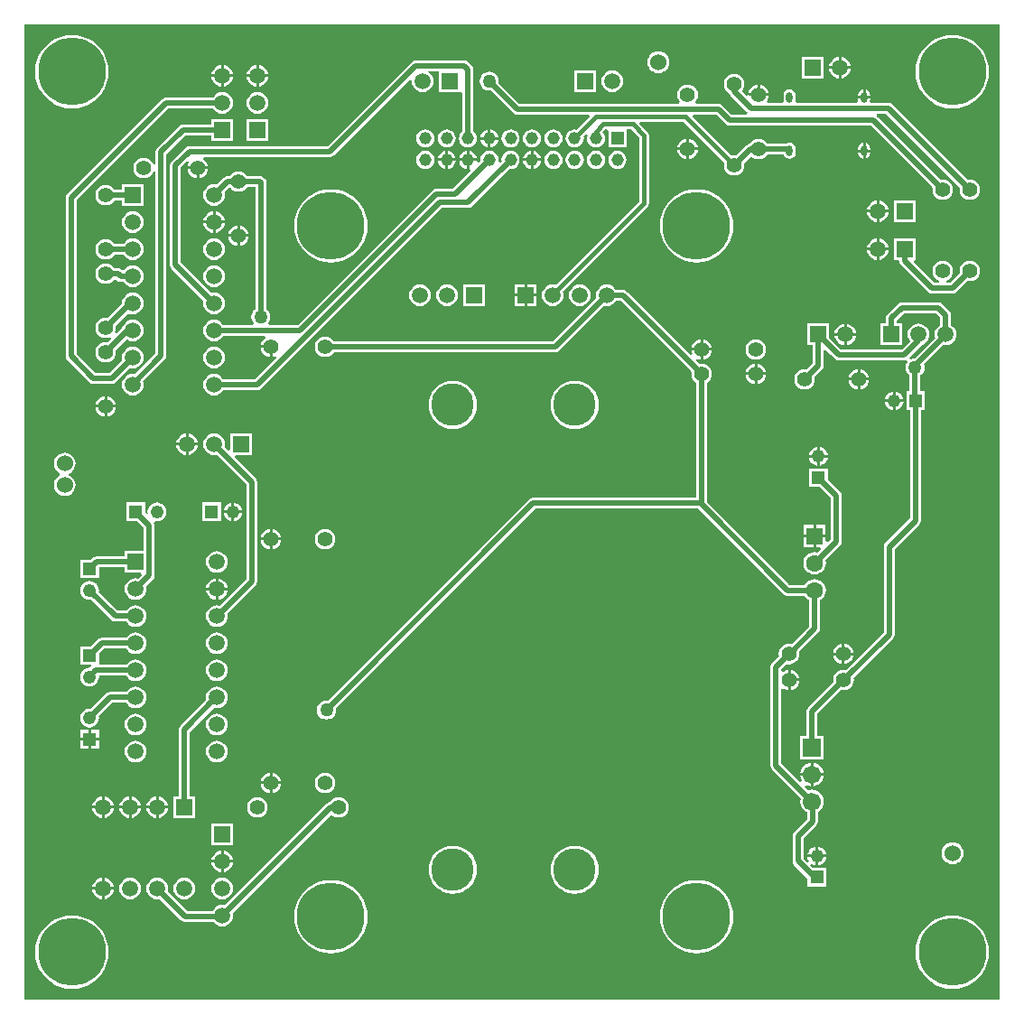
<source format=gbl>
%FSLAX23Y23*%
%MOIN*%
G70*
G01*
G75*
G04 Layer_Physical_Order=2*
G04 Layer_Color=16711680*
%ADD10C,0.020*%
%ADD11C,0.060*%
%ADD12R,0.059X0.059*%
%ADD13C,0.059*%
%ADD14C,0.055*%
%ADD15C,0.250*%
%ADD16O,0.024X0.039*%
%ADD17R,0.059X0.059*%
%ADD18C,0.046*%
%ADD19R,0.046X0.046*%
%ADD20C,0.049*%
%ADD21R,0.049X0.049*%
%ADD22C,0.157*%
%ADD23R,0.059X0.059*%
%ADD24C,0.059*%
%ADD25R,0.049X0.049*%
%ADD26C,0.063*%
%ADD27R,0.063X0.063*%
%ADD28C,0.067*%
%ADD29R,0.067X0.067*%
%ADD30C,0.050*%
%ADD31C,0.015*%
G36*
X4601Y999D02*
X1001D01*
Y4599D01*
X4601D01*
Y999D01*
D02*
G37*
%LPC*%
G36*
X3913Y2705D02*
X3877D01*
Y2669D01*
X3913D01*
Y2705D01*
D02*
G37*
G36*
X3967Y2960D02*
X3897D01*
Y2891D01*
X3938D01*
X3978Y2851D01*
Y2698D01*
X3967Y2688D01*
X3959Y2691D01*
Y2705D01*
X3923D01*
Y2669D01*
X3937D01*
X3940Y2661D01*
X3929Y2650D01*
X3929Y2650D01*
X3918Y2652D01*
X3907Y2650D01*
X3897Y2646D01*
X3888Y2640D01*
X3882Y2631D01*
X3878Y2621D01*
X3876Y2610D01*
X3878Y2599D01*
X3882Y2589D01*
X3888Y2580D01*
X3897Y2574D01*
X3907Y2570D01*
X3918Y2568D01*
X3929Y2570D01*
X3939Y2574D01*
X3948Y2580D01*
X3954Y2589D01*
X3958Y2599D01*
X3960Y2610D01*
X3958Y2621D01*
X3958Y2621D01*
X4012Y2676D01*
X4017Y2682D01*
X4018Y2690D01*
X4018Y2690D01*
X4018Y2690D01*
Y2690D01*
Y2860D01*
X4017Y2867D01*
X4012Y2874D01*
X3967Y2920D01*
Y2960D01*
D02*
G37*
G36*
X1906Y2736D02*
X1901Y2736D01*
X1892Y2732D01*
X1884Y2726D01*
X1878Y2718D01*
X1874Y2709D01*
X1874Y2704D01*
X1906D01*
Y2736D01*
D02*
G37*
G36*
X2111Y2737D02*
X2101Y2736D01*
X2092Y2732D01*
X2084Y2726D01*
X2078Y2718D01*
X2074Y2709D01*
X2073Y2699D01*
X2074Y2689D01*
X2078Y2680D01*
X2084Y2672D01*
X2092Y2666D01*
X2101Y2662D01*
X2111Y2661D01*
X2121Y2662D01*
X2130Y2666D01*
X2138Y2672D01*
X2144Y2680D01*
X2148Y2689D01*
X2149Y2699D01*
X2148Y2709D01*
X2144Y2718D01*
X2138Y2726D01*
X2130Y2732D01*
X2121Y2736D01*
X2111Y2737D01*
D02*
G37*
G36*
X1906Y2694D02*
X1874D01*
X1874Y2689D01*
X1878Y2680D01*
X1884Y2672D01*
X1892Y2666D01*
X1901Y2662D01*
X1906Y2662D01*
Y2694D01*
D02*
G37*
G36*
X1948D02*
X1916D01*
Y2662D01*
X1921Y2662D01*
X1930Y2666D01*
X1938Y2672D01*
X1944Y2680D01*
X1948Y2689D01*
X1948Y2694D01*
D02*
G37*
G36*
X1916Y2736D02*
Y2704D01*
X1948D01*
X1948Y2709D01*
X1944Y2718D01*
X1938Y2726D01*
X1930Y2732D01*
X1921Y2736D01*
X1916Y2736D01*
D02*
G37*
G36*
X1765Y2794D02*
X1736D01*
X1737Y2790D01*
X1740Y2782D01*
X1746Y2774D01*
X1753Y2769D01*
X1761Y2765D01*
X1765Y2765D01*
Y2794D01*
D02*
G37*
G36*
X1805D02*
X1775D01*
Y2765D01*
X1779Y2765D01*
X1788Y2769D01*
X1795Y2774D01*
X1801Y2782D01*
X1804Y2790D01*
X1805Y2794D01*
D02*
G37*
G36*
X1490Y2834D02*
X1481Y2833D01*
X1473Y2829D01*
X1466Y2824D01*
X1460Y2816D01*
X1457Y2808D01*
X1455Y2799D01*
X1456Y2794D01*
X1453Y2793D01*
X1446Y2797D01*
Y2834D01*
X1377D01*
Y2764D01*
X1417D01*
X1441Y2741D01*
Y2654D01*
X1371D01*
Y2634D01*
X1267D01*
X1259Y2633D01*
X1252Y2628D01*
X1247Y2623D01*
X1206D01*
Y2554D01*
X1276D01*
Y2594D01*
X1371D01*
Y2574D01*
X1432D01*
X1435Y2567D01*
X1421Y2553D01*
X1411Y2554D01*
X1401Y2553D01*
X1391Y2549D01*
X1383Y2542D01*
X1376Y2534D01*
X1372Y2524D01*
X1371Y2514D01*
X1372Y2504D01*
X1376Y2494D01*
X1383Y2486D01*
X1391Y2479D01*
X1401Y2475D01*
X1411Y2474D01*
X1421Y2475D01*
X1431Y2479D01*
X1439Y2486D01*
X1446Y2494D01*
X1450Y2504D01*
X1451Y2514D01*
X1450Y2524D01*
X1475Y2550D01*
X1480Y2556D01*
X1481Y2564D01*
Y2750D01*
X1480Y2757D01*
X1479Y2758D01*
X1484Y2765D01*
X1490Y2764D01*
X1499Y2765D01*
X1508Y2769D01*
X1515Y2774D01*
X1521Y2782D01*
X1524Y2790D01*
X1525Y2799D01*
X1524Y2808D01*
X1521Y2816D01*
X1515Y2824D01*
X1508Y2829D01*
X1499Y2833D01*
X1490Y2834D01*
D02*
G37*
G36*
X3913Y2751D02*
X3877D01*
Y2715D01*
X3913D01*
Y2751D01*
D02*
G37*
G36*
X3959D02*
X3923D01*
Y2715D01*
X3959D01*
Y2751D01*
D02*
G37*
G36*
X1726Y2834D02*
X1657D01*
Y2764D01*
X1726D01*
Y2834D01*
D02*
G37*
G36*
X1711Y2654D02*
X1701Y2653D01*
X1691Y2649D01*
X1683Y2642D01*
X1676Y2634D01*
X1672Y2624D01*
X1671Y2614D01*
X1672Y2604D01*
X1676Y2594D01*
X1683Y2586D01*
X1691Y2579D01*
X1701Y2575D01*
X1711Y2574D01*
X1721Y2575D01*
X1731Y2579D01*
X1739Y2586D01*
X1746Y2594D01*
X1750Y2604D01*
X1751Y2614D01*
X1750Y2624D01*
X1746Y2634D01*
X1739Y2642D01*
X1731Y2649D01*
X1721Y2653D01*
X1711Y2654D01*
D02*
G37*
G36*
Y2354D02*
X1701Y2353D01*
X1691Y2349D01*
X1683Y2342D01*
X1676Y2334D01*
X1672Y2324D01*
X1671Y2314D01*
X1672Y2304D01*
X1676Y2294D01*
X1683Y2286D01*
X1691Y2279D01*
X1701Y2275D01*
X1711Y2274D01*
X1721Y2275D01*
X1731Y2279D01*
X1739Y2286D01*
X1746Y2294D01*
X1750Y2304D01*
X1751Y2314D01*
X1750Y2324D01*
X1746Y2334D01*
X1739Y2342D01*
X1731Y2349D01*
X1721Y2353D01*
X1711Y2354D01*
D02*
G37*
G36*
X4018Y2312D02*
X4013Y2312D01*
X4004Y2308D01*
X3996Y2302D01*
X3990Y2294D01*
X3986Y2285D01*
X3986Y2280D01*
X4018D01*
Y2312D01*
D02*
G37*
G36*
X4028D02*
Y2280D01*
X4060D01*
X4060Y2285D01*
X4056Y2294D01*
X4050Y2302D01*
X4042Y2308D01*
X4033Y2312D01*
X4028Y2312D01*
D02*
G37*
G36*
X3830Y2216D02*
Y2184D01*
X3862D01*
X3862Y2189D01*
X3858Y2198D01*
X3852Y2206D01*
X3844Y2212D01*
X3835Y2216D01*
X3830Y2216D01*
D02*
G37*
G36*
X4018Y2270D02*
X3986D01*
X3986Y2265D01*
X3990Y2256D01*
X3996Y2248D01*
X4004Y2242D01*
X4013Y2238D01*
X4018Y2238D01*
Y2270D01*
D02*
G37*
G36*
X4060D02*
X4028D01*
Y2238D01*
X4033Y2238D01*
X4042Y2242D01*
X4050Y2248D01*
X4056Y2256D01*
X4060Y2265D01*
X4060Y2270D01*
D02*
G37*
G36*
X1411Y2354D02*
X1401Y2353D01*
X1391Y2349D01*
X1383Y2342D01*
X1377Y2334D01*
X1287D01*
X1287Y2334D01*
X1279Y2333D01*
X1272Y2328D01*
X1247Y2303D01*
X1206D01*
Y2234D01*
X1246D01*
X1247Y2231D01*
X1242Y2224D01*
X1241Y2225D01*
X1232Y2223D01*
X1224Y2220D01*
X1216Y2214D01*
X1211Y2207D01*
X1207Y2199D01*
X1206Y2190D01*
X1207Y2181D01*
X1211Y2172D01*
X1216Y2165D01*
X1224Y2159D01*
X1232Y2156D01*
X1241Y2155D01*
X1250Y2156D01*
X1258Y2159D01*
X1266Y2165D01*
X1271Y2172D01*
X1275Y2181D01*
X1276Y2190D01*
X1279Y2194D01*
X1377D01*
X1383Y2186D01*
X1391Y2179D01*
X1401Y2175D01*
X1411Y2174D01*
X1421Y2175D01*
X1431Y2179D01*
X1439Y2186D01*
X1446Y2194D01*
X1450Y2204D01*
X1451Y2214D01*
X1450Y2224D01*
X1446Y2234D01*
X1439Y2242D01*
X1431Y2249D01*
X1421Y2253D01*
X1411Y2254D01*
X1401Y2253D01*
X1391Y2249D01*
X1383Y2242D01*
X1377Y2234D01*
X1276D01*
Y2274D01*
X1295Y2294D01*
X1377D01*
X1383Y2286D01*
X1391Y2279D01*
X1401Y2275D01*
X1411Y2274D01*
X1421Y2275D01*
X1431Y2279D01*
X1439Y2286D01*
X1446Y2294D01*
X1450Y2304D01*
X1451Y2314D01*
X1450Y2324D01*
X1446Y2334D01*
X1439Y2342D01*
X1431Y2349D01*
X1421Y2353D01*
X1411Y2354D01*
D02*
G37*
G36*
X1750Y2509D02*
X1716D01*
Y2475D01*
X1721Y2475D01*
X1731Y2479D01*
X1739Y2486D01*
X1746Y2494D01*
X1750Y2504D01*
X1750Y2509D01*
D02*
G37*
G36*
X1706Y2553D02*
X1701Y2553D01*
X1691Y2549D01*
X1683Y2542D01*
X1676Y2534D01*
X1672Y2524D01*
X1672Y2519D01*
X1706D01*
Y2553D01*
D02*
G37*
G36*
X1716D02*
Y2519D01*
X1750D01*
X1750Y2524D01*
X1746Y2534D01*
X1739Y2542D01*
X1731Y2549D01*
X1721Y2553D01*
X1716Y2553D01*
D02*
G37*
G36*
X1241Y2545D02*
X1232Y2543D01*
X1224Y2540D01*
X1216Y2534D01*
X1211Y2527D01*
X1207Y2519D01*
X1206Y2510D01*
X1207Y2501D01*
X1211Y2492D01*
X1216Y2485D01*
X1224Y2479D01*
X1232Y2476D01*
X1241Y2475D01*
X1246Y2475D01*
X1322Y2400D01*
X1322Y2400D01*
X1326Y2397D01*
X1329Y2395D01*
X1337Y2394D01*
X1377D01*
X1383Y2386D01*
X1391Y2379D01*
X1401Y2375D01*
X1411Y2374D01*
X1421Y2375D01*
X1431Y2379D01*
X1439Y2386D01*
X1446Y2394D01*
X1450Y2404D01*
X1451Y2414D01*
X1450Y2424D01*
X1446Y2434D01*
X1439Y2442D01*
X1431Y2449D01*
X1421Y2453D01*
X1411Y2454D01*
X1401Y2453D01*
X1391Y2449D01*
X1383Y2442D01*
X1377Y2434D01*
X1345D01*
X1275Y2504D01*
X1276Y2510D01*
X1275Y2519D01*
X1271Y2527D01*
X1266Y2534D01*
X1258Y2540D01*
X1250Y2543D01*
X1241Y2545D01*
D02*
G37*
G36*
X1701Y3089D02*
X1691Y3088D01*
X1681Y3084D01*
X1673Y3077D01*
X1666Y3069D01*
X1662Y3059D01*
X1661Y3049D01*
X1662Y3039D01*
X1666Y3029D01*
X1673Y3021D01*
X1681Y3014D01*
X1691Y3010D01*
X1701Y3009D01*
X1711Y3010D01*
X1820Y2902D01*
Y2550D01*
X1722Y2452D01*
X1721Y2453D01*
X1711Y2454D01*
X1701Y2453D01*
X1691Y2449D01*
X1683Y2442D01*
X1676Y2434D01*
X1672Y2424D01*
X1671Y2414D01*
X1672Y2404D01*
X1676Y2394D01*
X1683Y2386D01*
X1691Y2379D01*
X1701Y2375D01*
X1711Y2374D01*
X1721Y2375D01*
X1731Y2379D01*
X1739Y2386D01*
X1746Y2394D01*
X1750Y2404D01*
X1751Y2414D01*
X1750Y2423D01*
X1854Y2528D01*
X1854Y2528D01*
X1857Y2532D01*
X1859Y2534D01*
X1860Y2542D01*
X1860Y2542D01*
X1860Y2542D01*
Y2542D01*
Y2910D01*
X1859Y2918D01*
X1854Y2924D01*
X1777Y3002D01*
X1780Y3009D01*
X1841D01*
Y3089D01*
X1761D01*
Y3028D01*
X1754Y3025D01*
X1740Y3039D01*
X1741Y3049D01*
X1740Y3059D01*
X1736Y3069D01*
X1729Y3077D01*
X1721Y3084D01*
X1711Y3088D01*
X1701Y3089D01*
D02*
G37*
G36*
X1706Y2509D02*
X1672D01*
X1672Y2504D01*
X1676Y2494D01*
X1683Y2486D01*
X1691Y2479D01*
X1701Y2475D01*
X1706Y2475D01*
Y2509D01*
D02*
G37*
G36*
X1765Y2833D02*
X1761Y2833D01*
X1753Y2829D01*
X1746Y2824D01*
X1740Y2816D01*
X1737Y2808D01*
X1736Y2804D01*
X1765D01*
Y2833D01*
D02*
G37*
G36*
X1306Y3226D02*
Y3194D01*
X1338D01*
X1338Y3199D01*
X1334Y3208D01*
X1328Y3216D01*
X1320Y3222D01*
X1311Y3226D01*
X1306Y3226D01*
D02*
G37*
G36*
X4207Y3243D02*
X4203Y3243D01*
X4194Y3239D01*
X4187Y3234D01*
X4181Y3226D01*
X4178Y3218D01*
X4177Y3214D01*
X4207D01*
Y3243D01*
D02*
G37*
G36*
X4217D02*
Y3214D01*
X4246D01*
X4245Y3218D01*
X4242Y3226D01*
X4236Y3234D01*
X4229Y3239D01*
X4221Y3243D01*
X4217Y3243D01*
D02*
G37*
G36*
X4207Y3204D02*
X4177D01*
X4178Y3200D01*
X4181Y3192D01*
X4187Y3184D01*
X4194Y3179D01*
X4203Y3175D01*
X4207Y3175D01*
Y3204D01*
D02*
G37*
G36*
X4246D02*
X4217D01*
Y3175D01*
X4221Y3175D01*
X4229Y3179D01*
X4236Y3184D01*
X4242Y3192D01*
X4245Y3200D01*
X4246Y3204D01*
D02*
G37*
G36*
X1296Y3226D02*
X1291Y3226D01*
X1282Y3222D01*
X1274Y3216D01*
X1268Y3208D01*
X1264Y3199D01*
X1264Y3194D01*
X1296D01*
Y3226D01*
D02*
G37*
G36*
X4076Y3284D02*
X4044D01*
X4044Y3279D01*
X4048Y3270D01*
X4054Y3262D01*
X4062Y3256D01*
X4071Y3252D01*
X4076Y3252D01*
Y3284D01*
D02*
G37*
G36*
Y3326D02*
X4071Y3326D01*
X4062Y3322D01*
X4054Y3316D01*
X4048Y3308D01*
X4044Y3299D01*
X4044Y3294D01*
X4076D01*
Y3326D01*
D02*
G37*
G36*
X4086D02*
Y3294D01*
X4118D01*
X4118Y3299D01*
X4114Y3308D01*
X4108Y3316D01*
X4100Y3322D01*
X4091Y3326D01*
X4086Y3326D01*
D02*
G37*
G36*
X3696Y3346D02*
X3691Y3346D01*
X3682Y3342D01*
X3674Y3336D01*
X3668Y3328D01*
X3664Y3319D01*
X3664Y3314D01*
X3696D01*
Y3346D01*
D02*
G37*
G36*
X4118Y3284D02*
X4086D01*
Y3252D01*
X4091Y3252D01*
X4100Y3256D01*
X4108Y3262D01*
X4114Y3270D01*
X4118Y3279D01*
X4118Y3284D01*
D02*
G37*
G36*
X3696Y3304D02*
X3664D01*
X3664Y3299D01*
X3668Y3290D01*
X3674Y3282D01*
X3682Y3276D01*
X3691Y3272D01*
X3696Y3272D01*
Y3304D01*
D02*
G37*
G36*
X3738D02*
X3706D01*
Y3272D01*
X3711Y3272D01*
X3720Y3276D01*
X3728Y3282D01*
X3734Y3290D01*
X3738Y3299D01*
X3738Y3304D01*
D02*
G37*
G36*
X1338Y3184D02*
X1306D01*
Y3152D01*
X1311Y3152D01*
X1320Y3156D01*
X1328Y3162D01*
X1334Y3170D01*
X1338Y3179D01*
X1338Y3184D01*
D02*
G37*
G36*
X3966Y2999D02*
X3937D01*
Y2970D01*
X3941Y2971D01*
X3949Y2974D01*
X3957Y2980D01*
X3962Y2987D01*
X3966Y2995D01*
X3966Y2999D01*
D02*
G37*
G36*
X3927Y3039D02*
X3923Y3038D01*
X3915Y3035D01*
X3907Y3029D01*
X3902Y3022D01*
X3898Y3013D01*
X3898Y3009D01*
X3927D01*
Y3039D01*
D02*
G37*
G36*
X3937D02*
Y3009D01*
X3966D01*
X3966Y3013D01*
X3962Y3022D01*
X3957Y3029D01*
X3949Y3035D01*
X3941Y3038D01*
X3937Y3039D01*
D02*
G37*
G36*
X1775Y2833D02*
Y2804D01*
X1805D01*
X1804Y2808D01*
X1801Y2816D01*
X1795Y2824D01*
X1788Y2829D01*
X1779Y2833D01*
X1775Y2833D01*
D02*
G37*
G36*
X1150Y3018D02*
X1140Y3017D01*
X1130Y3013D01*
X1121Y3007D01*
X1115Y2998D01*
X1111Y2988D01*
X1110Y2978D01*
X1111Y2968D01*
X1115Y2958D01*
X1121Y2949D01*
X1130Y2943D01*
X1132Y2942D01*
Y2934D01*
X1130Y2933D01*
X1121Y2927D01*
X1115Y2918D01*
X1111Y2908D01*
X1110Y2898D01*
X1111Y2888D01*
X1115Y2878D01*
X1121Y2869D01*
X1130Y2863D01*
X1140Y2859D01*
X1150Y2858D01*
X1160Y2859D01*
X1170Y2863D01*
X1179Y2869D01*
X1185Y2878D01*
X1189Y2888D01*
X1190Y2898D01*
X1189Y2908D01*
X1185Y2918D01*
X1179Y2927D01*
X1170Y2933D01*
X1160Y2937D01*
X1170Y2943D01*
X1170D01*
D01*
D01*
D01*
X1170Y2943D01*
X1179Y2949D01*
X1185Y2958D01*
X1189Y2968D01*
X1190Y2978D01*
X1189Y2988D01*
X1185Y2998D01*
X1179Y3007D01*
X1170Y3013D01*
X1160Y3017D01*
X1150Y3018D01*
D02*
G37*
G36*
X3927Y2999D02*
X3898D01*
X3898Y2995D01*
X3902Y2987D01*
X3907Y2980D01*
X3915Y2974D01*
X3923Y2971D01*
X3927Y2970D01*
Y2999D01*
D02*
G37*
G36*
X1596Y3044D02*
X1562D01*
X1562Y3039D01*
X1566Y3029D01*
X1573Y3021D01*
X1581Y3014D01*
X1591Y3010D01*
X1596Y3010D01*
Y3044D01*
D02*
G37*
G36*
X2582Y3283D02*
X2565Y3281D01*
X2548Y3276D01*
X2533Y3268D01*
X2519Y3257D01*
X2508Y3244D01*
X2500Y3228D01*
X2495Y3211D01*
X2493Y3194D01*
X2495Y3177D01*
X2500Y3160D01*
X2508Y3144D01*
X2519Y3131D01*
X2533Y3120D01*
X2548Y3112D01*
X2565Y3107D01*
X2582Y3105D01*
X2600Y3107D01*
X2617Y3112D01*
X2632Y3120D01*
X2646Y3131D01*
X2657Y3144D01*
X2665Y3160D01*
X2670Y3177D01*
X2672Y3194D01*
X2670Y3211D01*
X2665Y3228D01*
X2657Y3244D01*
X2646Y3257D01*
X2632Y3268D01*
X2617Y3276D01*
X2600Y3281D01*
X2582Y3283D01*
D02*
G37*
G36*
X3032D02*
X3015Y3281D01*
X2998Y3276D01*
X2983Y3268D01*
X2969Y3257D01*
X2958Y3244D01*
X2950Y3228D01*
X2945Y3211D01*
X2943Y3194D01*
X2945Y3177D01*
X2950Y3160D01*
X2958Y3144D01*
X2969Y3131D01*
X2983Y3120D01*
X2998Y3112D01*
X3015Y3107D01*
X3032Y3105D01*
X3050Y3107D01*
X3067Y3112D01*
X3082Y3120D01*
X3096Y3131D01*
X3107Y3144D01*
X3115Y3160D01*
X3120Y3177D01*
X3122Y3194D01*
X3120Y3211D01*
X3115Y3228D01*
X3107Y3244D01*
X3096Y3257D01*
X3082Y3268D01*
X3067Y3276D01*
X3050Y3281D01*
X3032Y3283D01*
D02*
G37*
G36*
X1296Y3184D02*
X1264D01*
X1264Y3179D01*
X1268Y3170D01*
X1274Y3162D01*
X1282Y3156D01*
X1291Y3152D01*
X1296Y3152D01*
Y3184D01*
D02*
G37*
G36*
X1640Y3044D02*
X1606D01*
Y3010D01*
X1611Y3010D01*
X1621Y3014D01*
X1629Y3021D01*
X1636Y3029D01*
X1640Y3039D01*
X1640Y3044D01*
D02*
G37*
G36*
X1596Y3088D02*
X1591Y3088D01*
X1581Y3084D01*
X1573Y3077D01*
X1566Y3069D01*
X1562Y3059D01*
X1562Y3054D01*
X1596D01*
Y3088D01*
D02*
G37*
G36*
X1606D02*
Y3054D01*
X1640D01*
X1640Y3059D01*
X1636Y3069D01*
X1629Y3077D01*
X1621Y3084D01*
X1611Y3088D01*
X1606Y3088D01*
D02*
G37*
G36*
X1711Y2254D02*
X1701Y2253D01*
X1691Y2249D01*
X1683Y2242D01*
X1676Y2234D01*
X1672Y2224D01*
X1671Y2214D01*
X1672Y2204D01*
X1676Y2194D01*
X1683Y2186D01*
X1691Y2179D01*
X1701Y2175D01*
X1711Y2174D01*
X1721Y2175D01*
X1731Y2179D01*
X1739Y2186D01*
X1746Y2194D01*
X1750Y2204D01*
X1751Y2214D01*
X1750Y2224D01*
X1746Y2234D01*
X1739Y2242D01*
X1731Y2249D01*
X1721Y2253D01*
X1711Y2254D01*
D02*
G37*
G36*
X1726Y1548D02*
X1721Y1548D01*
X1711Y1544D01*
X1703Y1537D01*
X1696Y1529D01*
X1692Y1519D01*
X1692Y1514D01*
X1726D01*
Y1548D01*
D02*
G37*
G36*
X1736D02*
Y1514D01*
X1770D01*
X1770Y1519D01*
X1766Y1529D01*
X1759Y1537D01*
X1751Y1544D01*
X1741Y1548D01*
X1736Y1548D01*
D02*
G37*
G36*
X3921Y1564D02*
X3917Y1563D01*
X3909Y1560D01*
X3901Y1554D01*
X3896Y1547D01*
X3892Y1538D01*
X3892Y1534D01*
X3921D01*
Y1564D01*
D02*
G37*
G36*
X1770Y1504D02*
X1736D01*
Y1470D01*
X1741Y1470D01*
X1751Y1474D01*
X1759Y1481D01*
X1766Y1489D01*
X1770Y1499D01*
X1770Y1504D01*
D02*
G37*
G36*
X3960Y1524D02*
X3931D01*
Y1495D01*
X3935Y1496D01*
X3943Y1499D01*
X3951Y1505D01*
X3956Y1512D01*
X3960Y1520D01*
X3960Y1524D01*
D02*
G37*
G36*
X4427Y1579D02*
X4417Y1578D01*
X4407Y1574D01*
X4398Y1568D01*
X4392Y1559D01*
X4388Y1549D01*
X4387Y1539D01*
X4388Y1529D01*
X4392Y1519D01*
X4398Y1510D01*
X4407Y1504D01*
X4417Y1500D01*
X4427Y1499D01*
X4437Y1500D01*
X4447Y1504D01*
X4456Y1510D01*
X4462Y1519D01*
X4466Y1529D01*
X4467Y1539D01*
X4466Y1549D01*
X4462Y1559D01*
X4456Y1568D01*
X4447Y1574D01*
X4437Y1578D01*
X4427Y1579D01*
D02*
G37*
G36*
X3931Y1564D02*
Y1534D01*
X3960D01*
X3960Y1538D01*
X3956Y1547D01*
X3951Y1554D01*
X3943Y1560D01*
X3935Y1563D01*
X3931Y1564D01*
D02*
G37*
G36*
X1386Y1704D02*
X1352D01*
X1352Y1699D01*
X1356Y1689D01*
X1363Y1681D01*
X1371Y1674D01*
X1381Y1670D01*
X1386Y1670D01*
Y1704D01*
D02*
G37*
G36*
X1430D02*
X1396D01*
Y1670D01*
X1401Y1670D01*
X1411Y1674D01*
X1419Y1681D01*
X1426Y1689D01*
X1430Y1699D01*
X1430Y1704D01*
D02*
G37*
G36*
X1486D02*
X1452D01*
X1452Y1699D01*
X1456Y1689D01*
X1463Y1681D01*
X1471Y1674D01*
X1481Y1670D01*
X1486Y1670D01*
Y1704D01*
D02*
G37*
G36*
X1771Y1649D02*
X1691D01*
Y1569D01*
X1771D01*
Y1649D01*
D02*
G37*
G36*
X1286Y1704D02*
X1252D01*
X1252Y1699D01*
X1256Y1689D01*
X1263Y1681D01*
X1271Y1674D01*
X1281Y1670D01*
X1286Y1670D01*
Y1704D01*
D02*
G37*
G36*
X1330D02*
X1296D01*
Y1670D01*
X1301Y1670D01*
X1311Y1674D01*
X1319Y1681D01*
X1326Y1689D01*
X1330Y1699D01*
X1330Y1704D01*
D02*
G37*
G36*
X1726Y1504D02*
X1692D01*
X1692Y1499D01*
X1696Y1489D01*
X1703Y1481D01*
X1711Y1474D01*
X1721Y1470D01*
X1726Y1470D01*
Y1504D01*
D02*
G37*
G36*
X3482Y1440D02*
X3461Y1439D01*
X3441Y1434D01*
X3421Y1426D01*
X3403Y1415D01*
X3387Y1401D01*
X3373Y1385D01*
X3362Y1366D01*
X3354Y1347D01*
X3349Y1326D01*
X3347Y1305D01*
X3349Y1284D01*
X3354Y1263D01*
X3362Y1244D01*
X3373Y1225D01*
X3387Y1209D01*
X3403Y1195D01*
X3421Y1184D01*
X3441Y1176D01*
X3461Y1171D01*
X3482Y1170D01*
X3504Y1171D01*
X3524Y1176D01*
X3544Y1184D01*
X3562Y1195D01*
X3578Y1209D01*
X3592Y1225D01*
X3603Y1244D01*
X3611Y1263D01*
X3616Y1284D01*
X3618Y1305D01*
X3616Y1326D01*
X3611Y1347D01*
X3603Y1366D01*
X3592Y1385D01*
X3578Y1401D01*
X3562Y1415D01*
X3544Y1426D01*
X3524Y1434D01*
X3504Y1439D01*
X3482Y1440D01*
D02*
G37*
G36*
X1391Y1449D02*
X1381Y1448D01*
X1371Y1444D01*
X1363Y1437D01*
X1356Y1429D01*
X1352Y1419D01*
X1351Y1409D01*
X1352Y1399D01*
X1356Y1389D01*
X1363Y1381D01*
X1371Y1374D01*
X1381Y1370D01*
X1391Y1369D01*
X1401Y1370D01*
X1411Y1374D01*
X1419Y1381D01*
X1426Y1389D01*
X1430Y1399D01*
X1431Y1409D01*
X1430Y1419D01*
X1426Y1429D01*
X1419Y1437D01*
X1411Y1444D01*
X1401Y1448D01*
X1391Y1449D01*
D02*
G37*
G36*
X1591D02*
X1581Y1448D01*
X1571Y1444D01*
X1563Y1437D01*
X1556Y1429D01*
X1552Y1419D01*
X1551Y1409D01*
X1552Y1399D01*
X1556Y1389D01*
X1563Y1381D01*
X1571Y1374D01*
X1581Y1370D01*
X1591Y1369D01*
X1601Y1370D01*
X1611Y1374D01*
X1619Y1381D01*
X1626Y1389D01*
X1630Y1399D01*
X1631Y1409D01*
X1630Y1419D01*
X1626Y1429D01*
X1619Y1437D01*
X1611Y1444D01*
X1601Y1448D01*
X1591Y1449D01*
D02*
G37*
G36*
X1176Y1309D02*
X1155Y1308D01*
X1134Y1303D01*
X1115Y1295D01*
X1096Y1284D01*
X1080Y1270D01*
X1066Y1254D01*
X1055Y1235D01*
X1047Y1216D01*
X1042Y1195D01*
X1041Y1174D01*
X1042Y1153D01*
X1047Y1132D01*
X1055Y1113D01*
X1066Y1094D01*
X1080Y1078D01*
X1096Y1064D01*
X1115Y1053D01*
X1134Y1045D01*
X1155Y1040D01*
X1176Y1039D01*
X1197Y1040D01*
X1218Y1045D01*
X1237Y1053D01*
X1256Y1064D01*
X1272Y1078D01*
X1286Y1094D01*
X1297Y1113D01*
X1305Y1132D01*
X1310Y1153D01*
X1311Y1174D01*
X1310Y1195D01*
X1305Y1216D01*
X1297Y1235D01*
X1286Y1254D01*
X1272Y1270D01*
X1256Y1284D01*
X1237Y1295D01*
X1218Y1303D01*
X1197Y1308D01*
X1176Y1309D01*
D02*
G37*
G36*
X4426D02*
X4405Y1308D01*
X4384Y1303D01*
X4365Y1295D01*
X4346Y1284D01*
X4330Y1270D01*
X4316Y1254D01*
X4305Y1235D01*
X4297Y1216D01*
X4292Y1195D01*
X4291Y1174D01*
X4292Y1153D01*
X4297Y1132D01*
X4305Y1113D01*
X4316Y1094D01*
X4330Y1078D01*
X4346Y1064D01*
X4365Y1053D01*
X4384Y1045D01*
X4405Y1040D01*
X4426Y1039D01*
X4447Y1040D01*
X4468Y1045D01*
X4487Y1053D01*
X4506Y1064D01*
X4522Y1078D01*
X4536Y1094D01*
X4547Y1113D01*
X4555Y1132D01*
X4560Y1153D01*
X4561Y1174D01*
X4560Y1195D01*
X4555Y1216D01*
X4547Y1235D01*
X4536Y1254D01*
X4522Y1270D01*
X4506Y1284D01*
X4487Y1295D01*
X4468Y1303D01*
X4447Y1308D01*
X4426Y1309D01*
D02*
G37*
G36*
X2132Y1440D02*
X2111Y1439D01*
X2091Y1434D01*
X2071Y1426D01*
X2053Y1415D01*
X2037Y1401D01*
X2023Y1385D01*
X2012Y1366D01*
X2004Y1347D01*
X1999Y1326D01*
X1997Y1305D01*
X1999Y1284D01*
X2004Y1263D01*
X2012Y1244D01*
X2023Y1225D01*
X2037Y1209D01*
X2053Y1195D01*
X2071Y1184D01*
X2091Y1176D01*
X2111Y1171D01*
X2132Y1170D01*
X2154Y1171D01*
X2174Y1176D01*
X2194Y1184D01*
X2212Y1195D01*
X2228Y1209D01*
X2242Y1225D01*
X2253Y1244D01*
X2261Y1263D01*
X2266Y1284D01*
X2268Y1305D01*
X2266Y1326D01*
X2261Y1347D01*
X2253Y1366D01*
X2242Y1385D01*
X2228Y1401D01*
X2212Y1415D01*
X2194Y1426D01*
X2174Y1434D01*
X2154Y1439D01*
X2132Y1440D01*
D02*
G37*
G36*
X1731Y1449D02*
X1721Y1448D01*
X1711Y1444D01*
X1703Y1437D01*
X1696Y1429D01*
X1692Y1419D01*
X1691Y1409D01*
X1692Y1399D01*
X1696Y1389D01*
X1703Y1381D01*
X1711Y1374D01*
X1721Y1370D01*
X1731Y1369D01*
X1741Y1370D01*
X1751Y1374D01*
X1759Y1381D01*
X1766Y1389D01*
X1770Y1399D01*
X1771Y1409D01*
X1770Y1419D01*
X1766Y1429D01*
X1759Y1437D01*
X1751Y1444D01*
X1741Y1448D01*
X1731Y1449D01*
D02*
G37*
G36*
X3032Y1567D02*
X3015Y1565D01*
X2998Y1560D01*
X2983Y1552D01*
X2969Y1541D01*
X2958Y1528D01*
X2950Y1512D01*
X2945Y1495D01*
X2943Y1478D01*
X2945Y1461D01*
X2950Y1444D01*
X2958Y1428D01*
X2969Y1415D01*
X2983Y1404D01*
X2998Y1396D01*
X3015Y1391D01*
X3032Y1389D01*
X3050Y1391D01*
X3067Y1396D01*
X3082Y1404D01*
X3096Y1415D01*
X3107Y1428D01*
X3115Y1444D01*
X3120Y1461D01*
X3122Y1478D01*
X3120Y1495D01*
X3115Y1512D01*
X3107Y1528D01*
X3096Y1541D01*
X3082Y1552D01*
X3067Y1560D01*
X3050Y1565D01*
X3032Y1567D01*
D02*
G37*
G36*
X1286Y1448D02*
X1281Y1448D01*
X1271Y1444D01*
X1263Y1437D01*
X1256Y1429D01*
X1252Y1419D01*
X1252Y1414D01*
X1286D01*
Y1448D01*
D02*
G37*
G36*
X1296D02*
Y1414D01*
X1330D01*
X1330Y1419D01*
X1326Y1429D01*
X1319Y1437D01*
X1311Y1444D01*
X1301Y1448D01*
X1296Y1448D01*
D02*
G37*
G36*
X1286Y1404D02*
X1252D01*
X1252Y1399D01*
X1256Y1389D01*
X1263Y1381D01*
X1271Y1374D01*
X1281Y1370D01*
X1286Y1370D01*
Y1404D01*
D02*
G37*
G36*
X1330D02*
X1296D01*
Y1370D01*
X1301Y1370D01*
X1311Y1374D01*
X1319Y1381D01*
X1326Y1389D01*
X1330Y1399D01*
X1330Y1404D01*
D02*
G37*
G36*
X2582Y1567D02*
X2565Y1565D01*
X2548Y1560D01*
X2533Y1552D01*
X2519Y1541D01*
X2508Y1528D01*
X2500Y1512D01*
X2495Y1495D01*
X2493Y1478D01*
X2495Y1461D01*
X2500Y1444D01*
X2508Y1428D01*
X2519Y1415D01*
X2533Y1404D01*
X2548Y1396D01*
X2565Y1391D01*
X2582Y1389D01*
X2600Y1391D01*
X2617Y1396D01*
X2632Y1404D01*
X2646Y1415D01*
X2657Y1428D01*
X2665Y1444D01*
X2670Y1461D01*
X2672Y1478D01*
X2670Y1495D01*
X2665Y1512D01*
X2657Y1528D01*
X2646Y1541D01*
X2632Y1552D01*
X2617Y1560D01*
X2600Y1565D01*
X2582Y1567D01*
D02*
G37*
G36*
X1530Y1704D02*
X1496D01*
Y1670D01*
X1501Y1670D01*
X1511Y1674D01*
X1519Y1681D01*
X1526Y1689D01*
X1530Y1699D01*
X1530Y1704D01*
D02*
G37*
G36*
X1711Y1954D02*
X1701Y1953D01*
X1691Y1949D01*
X1683Y1942D01*
X1676Y1934D01*
X1672Y1924D01*
X1671Y1914D01*
X1672Y1904D01*
X1676Y1894D01*
X1683Y1886D01*
X1691Y1879D01*
X1701Y1875D01*
X1711Y1874D01*
X1721Y1875D01*
X1731Y1879D01*
X1739Y1886D01*
X1746Y1894D01*
X1750Y1904D01*
X1751Y1914D01*
X1750Y1924D01*
X1746Y1934D01*
X1739Y1942D01*
X1731Y1949D01*
X1721Y1953D01*
X1711Y1954D01*
D02*
G37*
G36*
X1236Y1955D02*
X1206D01*
Y1925D01*
X1236D01*
Y1955D01*
D02*
G37*
G36*
X1276D02*
X1246D01*
Y1925D01*
X1276D01*
Y1955D01*
D02*
G37*
G36*
X3903Y1873D02*
X3897Y1872D01*
X3886Y1868D01*
X3877Y1861D01*
X3870Y1852D01*
X3866Y1841D01*
X3865Y1835D01*
X3903D01*
Y1873D01*
D02*
G37*
G36*
X3913D02*
Y1835D01*
X3951D01*
X3950Y1841D01*
X3946Y1852D01*
X3939Y1861D01*
X3930Y1868D01*
X3919Y1872D01*
X3913Y1873D01*
D02*
G37*
G36*
X1411Y1954D02*
X1401Y1953D01*
X1391Y1949D01*
X1383Y1942D01*
X1376Y1934D01*
X1372Y1924D01*
X1371Y1914D01*
X1372Y1904D01*
X1376Y1894D01*
X1383Y1886D01*
X1391Y1879D01*
X1401Y1875D01*
X1411Y1874D01*
X1421Y1875D01*
X1431Y1879D01*
X1439Y1886D01*
X1446Y1894D01*
X1450Y1904D01*
X1451Y1914D01*
X1450Y1924D01*
X1446Y1934D01*
X1439Y1942D01*
X1431Y1949D01*
X1421Y1953D01*
X1411Y1954D01*
D02*
G37*
G36*
X1236Y1994D02*
X1206D01*
Y1965D01*
X1236D01*
Y1994D01*
D02*
G37*
G36*
X1411Y2154D02*
X1401Y2153D01*
X1391Y2149D01*
X1383Y2142D01*
X1377Y2134D01*
X1317D01*
X1309Y2133D01*
X1302Y2128D01*
X1246Y2073D01*
X1241Y2073D01*
X1232Y2072D01*
X1224Y2069D01*
X1216Y2063D01*
X1211Y2056D01*
X1207Y2047D01*
X1206Y2038D01*
X1207Y2029D01*
X1211Y2021D01*
X1216Y2014D01*
X1224Y2008D01*
X1232Y2005D01*
X1241Y2003D01*
X1250Y2005D01*
X1258Y2008D01*
X1266Y2014D01*
X1271Y2021D01*
X1275Y2029D01*
X1276Y2038D01*
X1275Y2044D01*
X1325Y2094D01*
X1377D01*
X1383Y2086D01*
X1391Y2079D01*
X1401Y2075D01*
X1411Y2074D01*
X1421Y2075D01*
X1431Y2079D01*
X1439Y2086D01*
X1446Y2094D01*
X1450Y2104D01*
X1451Y2114D01*
X1450Y2124D01*
X1446Y2134D01*
X1439Y2142D01*
X1431Y2149D01*
X1421Y2153D01*
X1411Y2154D01*
D02*
G37*
G36*
X1711D02*
X1701Y2153D01*
X1691Y2149D01*
X1683Y2142D01*
X1676Y2134D01*
X1672Y2124D01*
X1671Y2114D01*
X1672Y2106D01*
X1576Y2009D01*
X1571Y2003D01*
X1570Y1995D01*
Y1749D01*
X1551D01*
Y1669D01*
X1631D01*
Y1749D01*
X1610D01*
Y1987D01*
X1700Y2076D01*
X1701Y2075D01*
X1711Y2074D01*
X1721Y2075D01*
X1731Y2079D01*
X1739Y2086D01*
X1746Y2094D01*
X1750Y2104D01*
X1751Y2114D01*
X1750Y2124D01*
X1746Y2134D01*
X1739Y2142D01*
X1731Y2149D01*
X1721Y2153D01*
X1711Y2154D01*
D02*
G37*
G36*
X3862Y2174D02*
X3830D01*
Y2142D01*
X3835Y2142D01*
X3844Y2146D01*
X3852Y2152D01*
X3858Y2160D01*
X3862Y2169D01*
X3862Y2174D01*
D02*
G37*
G36*
X1276Y1994D02*
X1246D01*
Y1965D01*
X1276D01*
Y1994D01*
D02*
G37*
G36*
X1411Y2054D02*
X1401Y2053D01*
X1391Y2049D01*
X1383Y2042D01*
X1376Y2034D01*
X1372Y2024D01*
X1371Y2014D01*
X1372Y2004D01*
X1376Y1994D01*
X1383Y1986D01*
X1391Y1979D01*
X1401Y1975D01*
X1411Y1974D01*
X1421Y1975D01*
X1431Y1979D01*
X1439Y1986D01*
X1446Y1994D01*
X1450Y2004D01*
X1451Y2014D01*
X1450Y2024D01*
X1446Y2034D01*
X1439Y2042D01*
X1431Y2049D01*
X1421Y2053D01*
X1411Y2054D01*
D02*
G37*
G36*
X1711D02*
X1701Y2053D01*
X1691Y2049D01*
X1683Y2042D01*
X1676Y2034D01*
X1672Y2024D01*
X1671Y2014D01*
X1672Y2004D01*
X1676Y1994D01*
X1683Y1986D01*
X1691Y1979D01*
X1701Y1975D01*
X1711Y1974D01*
X1721Y1975D01*
X1731Y1979D01*
X1739Y1986D01*
X1746Y1994D01*
X1750Y2004D01*
X1751Y2014D01*
X1750Y2024D01*
X1746Y2034D01*
X1739Y2042D01*
X1731Y2049D01*
X1721Y2053D01*
X1711Y2054D01*
D02*
G37*
G36*
X1916Y1836D02*
Y1804D01*
X1948D01*
X1948Y1809D01*
X1944Y1818D01*
X1938Y1826D01*
X1930Y1832D01*
X1921Y1836D01*
X1916Y1836D01*
D02*
G37*
G36*
X1296Y1748D02*
Y1714D01*
X1330D01*
X1330Y1719D01*
X1326Y1729D01*
X1319Y1737D01*
X1311Y1744D01*
X1301Y1748D01*
X1296Y1748D01*
D02*
G37*
G36*
X1386D02*
X1381Y1748D01*
X1371Y1744D01*
X1363Y1737D01*
X1356Y1729D01*
X1352Y1719D01*
X1352Y1714D01*
X1386D01*
Y1748D01*
D02*
G37*
G36*
X1396D02*
Y1714D01*
X1430D01*
X1430Y1719D01*
X1426Y1729D01*
X1419Y1737D01*
X1411Y1744D01*
X1401Y1748D01*
X1396Y1748D01*
D02*
G37*
G36*
X1861Y1747D02*
X1851Y1746D01*
X1842Y1742D01*
X1834Y1736D01*
X1828Y1728D01*
X1824Y1719D01*
X1823Y1709D01*
X1824Y1699D01*
X1828Y1690D01*
X1834Y1682D01*
X1842Y1676D01*
X1851Y1672D01*
X1861Y1671D01*
X1871Y1672D01*
X1880Y1676D01*
X1888Y1682D01*
X1894Y1690D01*
X1898Y1699D01*
X1899Y1709D01*
X1898Y1719D01*
X1894Y1728D01*
X1888Y1736D01*
X1880Y1742D01*
X1871Y1746D01*
X1861Y1747D01*
D02*
G37*
G36*
X2161D02*
X2151Y1746D01*
X2142Y1742D01*
X2134Y1736D01*
X2129Y1729D01*
X2123Y1728D01*
X2117Y1723D01*
X1741Y1348D01*
X1731Y1349D01*
X1721Y1348D01*
X1711Y1344D01*
X1703Y1337D01*
X1696Y1329D01*
X1696Y1327D01*
X1601D01*
X1530Y1399D01*
X1531Y1409D01*
X1530Y1419D01*
X1526Y1429D01*
X1519Y1437D01*
X1511Y1444D01*
X1501Y1448D01*
X1491Y1449D01*
X1481Y1448D01*
X1471Y1444D01*
X1463Y1437D01*
X1456Y1429D01*
X1452Y1419D01*
X1451Y1409D01*
X1452Y1399D01*
X1456Y1389D01*
X1463Y1381D01*
X1471Y1374D01*
X1481Y1370D01*
X1491Y1369D01*
X1501Y1370D01*
X1579Y1293D01*
X1579D01*
X1579Y1293D01*
X1579Y1293D01*
Y1293D01*
X1585Y1288D01*
X1593Y1287D01*
X1698D01*
X1703Y1281D01*
X1711Y1274D01*
X1721Y1270D01*
X1731Y1269D01*
X1741Y1270D01*
X1751Y1274D01*
X1759Y1281D01*
X1766Y1289D01*
X1770Y1299D01*
X1771Y1309D01*
X1770Y1319D01*
X2133Y1682D01*
X2134Y1682D01*
X2142Y1676D01*
X2151Y1672D01*
X2161Y1671D01*
X2171Y1672D01*
X2180Y1676D01*
X2188Y1682D01*
X2194Y1690D01*
X2198Y1699D01*
X2199Y1709D01*
X2198Y1719D01*
X2194Y1728D01*
X2188Y1736D01*
X2180Y1742D01*
X2171Y1746D01*
X2161Y1747D01*
D02*
G37*
G36*
X1286Y1748D02*
X1281Y1748D01*
X1271Y1744D01*
X1263Y1737D01*
X1256Y1729D01*
X1252Y1719D01*
X1252Y1714D01*
X1286D01*
Y1748D01*
D02*
G37*
G36*
X1486D02*
X1481Y1748D01*
X1471Y1744D01*
X1463Y1737D01*
X1456Y1729D01*
X1452Y1719D01*
X1452Y1714D01*
X1486D01*
Y1748D01*
D02*
G37*
G36*
X1948Y1794D02*
X1916D01*
Y1762D01*
X1921Y1762D01*
X1930Y1766D01*
X1938Y1772D01*
X1944Y1780D01*
X1948Y1789D01*
X1948Y1794D01*
D02*
G37*
G36*
X3951Y1825D02*
X3913D01*
Y1787D01*
X3919Y1788D01*
X3930Y1792D01*
X3939Y1799D01*
X3946Y1808D01*
X3950Y1819D01*
X3951Y1825D01*
D02*
G37*
G36*
X1906Y1836D02*
X1901Y1836D01*
X1892Y1832D01*
X1884Y1826D01*
X1878Y1818D01*
X1874Y1809D01*
X1874Y1804D01*
X1906D01*
Y1836D01*
D02*
G37*
G36*
X1496Y1748D02*
Y1714D01*
X1530D01*
X1530Y1719D01*
X1526Y1729D01*
X1519Y1737D01*
X1511Y1744D01*
X1501Y1748D01*
X1496Y1748D01*
D02*
G37*
G36*
X2111Y1837D02*
X2101Y1836D01*
X2092Y1832D01*
X2084Y1826D01*
X2078Y1818D01*
X2074Y1809D01*
X2073Y1799D01*
X2074Y1789D01*
X2078Y1780D01*
X2084Y1772D01*
X2092Y1766D01*
X2101Y1762D01*
X2111Y1761D01*
X2121Y1762D01*
X2130Y1766D01*
X2138Y1772D01*
X2144Y1780D01*
X2148Y1789D01*
X2149Y1799D01*
X2148Y1809D01*
X2144Y1818D01*
X2138Y1826D01*
X2130Y1832D01*
X2121Y1836D01*
X2111Y1837D01*
D02*
G37*
G36*
X1906Y1794D02*
X1874D01*
X1874Y1789D01*
X1878Y1780D01*
X1884Y1772D01*
X1892Y1766D01*
X1901Y1762D01*
X1906Y1762D01*
Y1794D01*
D02*
G37*
G36*
X3444Y4176D02*
X3439Y4176D01*
X3430Y4172D01*
X3422Y4166D01*
X3416Y4158D01*
X3412Y4149D01*
X3412Y4144D01*
X3444D01*
Y4176D01*
D02*
G37*
G36*
X3454D02*
Y4144D01*
X3486D01*
X3486Y4149D01*
X3482Y4158D01*
X3476Y4166D01*
X3468Y4172D01*
X3459Y4176D01*
X3454Y4176D01*
D02*
G37*
G36*
X2481Y4211D02*
X2472Y4210D01*
X2464Y4207D01*
X2457Y4201D01*
X2452Y4194D01*
X2449Y4186D01*
X2447Y4178D01*
X2449Y4169D01*
X2452Y4161D01*
X2457Y4154D01*
X2464Y4149D01*
X2472Y4145D01*
X2481Y4144D01*
X2490Y4145D01*
X2498Y4149D01*
X2505Y4154D01*
X2510Y4161D01*
X2513Y4169D01*
X2515Y4178D01*
X2513Y4186D01*
X2510Y4194D01*
X2505Y4201D01*
X2498Y4207D01*
X2490Y4210D01*
X2481Y4211D01*
D02*
G37*
G36*
X4106Y4162D02*
Y4137D01*
X4123D01*
Y4140D01*
X4121Y4149D01*
X4116Y4156D01*
X4109Y4161D01*
X4106Y4162D01*
D02*
G37*
G36*
X2870Y4132D02*
X2866Y4131D01*
X2858Y4128D01*
X2851Y4123D01*
X2846Y4116D01*
X2842Y4108D01*
X2842Y4104D01*
X2870D01*
Y4132D01*
D02*
G37*
G36*
X2880D02*
Y4104D01*
X2908D01*
X2907Y4108D01*
X2904Y4116D01*
X2898Y4123D01*
X2891Y4128D01*
X2883Y4131D01*
X2880Y4132D01*
D02*
G37*
G36*
X4096Y4162D02*
X4092Y4161D01*
X4085Y4156D01*
X4080Y4149D01*
X4078Y4140D01*
Y4137D01*
X4096D01*
Y4162D01*
D02*
G37*
G36*
X2953Y4211D02*
X2945Y4210D01*
X2937Y4207D01*
X2930Y4201D01*
X2924Y4194D01*
X2921Y4186D01*
X2920Y4178D01*
X2921Y4169D01*
X2924Y4161D01*
X2930Y4154D01*
X2937Y4149D01*
X2945Y4145D01*
X2953Y4144D01*
X2962Y4145D01*
X2970Y4149D01*
X2977Y4154D01*
X2982Y4161D01*
X2986Y4169D01*
X2987Y4178D01*
X2986Y4186D01*
X2982Y4194D01*
X2977Y4201D01*
X2970Y4207D01*
X2962Y4210D01*
X2953Y4211D01*
D02*
G37*
G36*
X2712Y4173D02*
X2684D01*
X2685Y4169D01*
X2688Y4161D01*
X2694Y4154D01*
X2700Y4149D01*
X2709Y4145D01*
X2712Y4145D01*
Y4173D01*
D02*
G37*
G36*
X2750D02*
X2722D01*
Y4145D01*
X2726Y4145D01*
X2734Y4149D01*
X2741Y4154D01*
X2746Y4161D01*
X2750Y4169D01*
X2750Y4173D01*
D02*
G37*
G36*
X2875Y4211D02*
X2866Y4210D01*
X2858Y4207D01*
X2851Y4201D01*
X2846Y4194D01*
X2842Y4186D01*
X2841Y4178D01*
X2842Y4169D01*
X2846Y4161D01*
X2851Y4154D01*
X2858Y4149D01*
X2866Y4145D01*
X2875Y4144D01*
X2883Y4145D01*
X2891Y4149D01*
X2898Y4154D01*
X2904Y4161D01*
X2907Y4169D01*
X2908Y4178D01*
X2907Y4186D01*
X2904Y4194D01*
X2898Y4201D01*
X2891Y4207D01*
X2883Y4210D01*
X2875Y4211D01*
D02*
G37*
G36*
X2560D02*
X2551Y4210D01*
X2543Y4207D01*
X2536Y4201D01*
X2531Y4194D01*
X2527Y4186D01*
X2526Y4178D01*
X2527Y4169D01*
X2531Y4161D01*
X2536Y4154D01*
X2543Y4149D01*
X2551Y4145D01*
X2560Y4144D01*
X2568Y4145D01*
X2576Y4149D01*
X2583Y4154D01*
X2589Y4161D01*
X2592Y4169D01*
X2593Y4178D01*
X2592Y4186D01*
X2589Y4194D01*
X2583Y4201D01*
X2576Y4207D01*
X2568Y4210D01*
X2560Y4211D01*
D02*
G37*
G36*
X2625Y4465D02*
X2444D01*
X2437Y4464D01*
X2430Y4459D01*
X2121Y4150D01*
X1610D01*
X1602Y4149D01*
X1596Y4144D01*
X1545Y4093D01*
X1540Y4087D01*
X1539Y4079D01*
Y3711D01*
X1539Y3711D01*
X1539D01*
X1540Y3703D01*
X1545Y3697D01*
X1662Y3579D01*
X1661Y3569D01*
X1662Y3559D01*
X1666Y3549D01*
X1673Y3541D01*
X1681Y3534D01*
X1691Y3530D01*
X1701Y3529D01*
X1711Y3530D01*
X1721Y3534D01*
X1729Y3541D01*
X1736Y3549D01*
X1740Y3559D01*
X1741Y3569D01*
X1740Y3579D01*
X1736Y3589D01*
X1729Y3597D01*
X1721Y3604D01*
X1711Y3608D01*
X1701Y3609D01*
X1691Y3608D01*
X1579Y3719D01*
Y4071D01*
X1603Y4094D01*
X1609Y4088D01*
X1608Y4088D01*
X1604Y4079D01*
X1604Y4074D01*
X1678D01*
X1678Y4079D01*
X1674Y4088D01*
X1668Y4096D01*
X1660Y4102D01*
X1663Y4110D01*
X2129D01*
X2137Y4111D01*
X2144Y4116D01*
X2144Y4116D01*
X2144Y4116D01*
X2424Y4396D01*
X2432Y4393D01*
X2431Y4389D01*
X2432Y4379D01*
X2436Y4369D01*
X2443Y4361D01*
X2451Y4354D01*
X2461Y4350D01*
X2471Y4349D01*
X2481Y4350D01*
X2491Y4354D01*
X2499Y4361D01*
X2506Y4369D01*
X2510Y4379D01*
X2511Y4389D01*
X2510Y4399D01*
X2506Y4409D01*
X2499Y4417D01*
X2491Y4424D01*
X2491Y4425D01*
X2531D01*
Y4349D01*
X2611D01*
Y4349D01*
X2612D01*
X2618Y4344D01*
Y4204D01*
X2615Y4201D01*
X2609Y4194D01*
X2606Y4186D01*
X2605Y4178D01*
X2606Y4169D01*
X2609Y4161D01*
X2615Y4154D01*
X2622Y4149D01*
X2630Y4145D01*
X2638Y4144D01*
X2647Y4145D01*
X2655Y4149D01*
X2662Y4154D01*
X2668Y4161D01*
X2671Y4169D01*
X2672Y4178D01*
X2671Y4186D01*
X2668Y4194D01*
X2662Y4201D01*
X2659Y4204D01*
Y4432D01*
X2657Y4439D01*
X2653Y4446D01*
X2639Y4459D01*
X2633Y4464D01*
X2625Y4465D01*
D02*
G37*
G36*
X2796Y4211D02*
X2787Y4210D01*
X2779Y4207D01*
X2772Y4201D01*
X2767Y4194D01*
X2764Y4186D01*
X2762Y4178D01*
X2764Y4169D01*
X2767Y4161D01*
X2772Y4154D01*
X2779Y4149D01*
X2787Y4145D01*
X2796Y4144D01*
X2805Y4145D01*
X2813Y4149D01*
X2820Y4154D01*
X2825Y4161D01*
X2828Y4169D01*
X2829Y4178D01*
X2828Y4186D01*
X2825Y4194D01*
X2820Y4201D01*
X2813Y4207D01*
X2805Y4210D01*
X2796Y4211D01*
D02*
G37*
G36*
X2908Y4094D02*
X2880D01*
Y4066D01*
X2883Y4067D01*
X2891Y4070D01*
X2898Y4075D01*
X2904Y4082D01*
X2907Y4090D01*
X2908Y4094D01*
D02*
G37*
G36*
X2796Y4133D02*
X2787Y4131D01*
X2779Y4128D01*
X2772Y4123D01*
X2767Y4116D01*
X2764Y4108D01*
X2762Y4099D01*
X2763Y4095D01*
X2757Y4089D01*
X2750Y4092D01*
X2751Y4099D01*
X2750Y4108D01*
X2746Y4116D01*
X2741Y4123D01*
X2734Y4128D01*
X2726Y4131D01*
X2717Y4133D01*
X2709Y4131D01*
X2700Y4128D01*
X2694Y4123D01*
X2688Y4116D01*
X2685Y4108D01*
X2684Y4099D01*
X2684Y4095D01*
X2678Y4089D01*
X2671Y4092D01*
X2671Y4094D01*
X2643D01*
Y4066D01*
X2645Y4066D01*
X2649Y4059D01*
X2582Y3992D01*
X2522D01*
X2514Y3991D01*
X2507Y3986D01*
X2010Y3489D01*
X1904D01*
X1901Y3497D01*
X1905Y3501D01*
X1908Y3510D01*
X1909Y3519D01*
X1908Y3528D01*
X1905Y3537D01*
X1899Y3544D01*
X1894Y3547D01*
Y4016D01*
X1893Y4024D01*
X1888Y4030D01*
X1885Y4033D01*
X1879Y4038D01*
X1871Y4039D01*
X1823D01*
X1818Y4046D01*
X1810Y4052D01*
X1801Y4056D01*
X1791Y4057D01*
X1781Y4056D01*
X1772Y4052D01*
X1764Y4046D01*
X1759Y4039D01*
X1751D01*
X1743Y4038D01*
X1737Y4033D01*
X1711Y4008D01*
X1701Y4009D01*
X1691Y4008D01*
X1681Y4004D01*
X1673Y3997D01*
X1666Y3989D01*
X1662Y3979D01*
X1661Y3969D01*
X1662Y3959D01*
X1666Y3949D01*
X1673Y3941D01*
X1681Y3934D01*
X1691Y3930D01*
X1701Y3929D01*
X1711Y3930D01*
X1721Y3934D01*
X1729Y3941D01*
X1736Y3949D01*
X1740Y3959D01*
X1741Y3969D01*
X1740Y3979D01*
X1755Y3994D01*
X1763Y3994D01*
X1764Y3992D01*
X1772Y3986D01*
X1781Y3982D01*
X1791Y3981D01*
X1801Y3982D01*
X1810Y3986D01*
X1818Y3992D01*
X1823Y3999D01*
X1854D01*
Y3547D01*
X1849Y3544D01*
X1843Y3537D01*
X1840Y3528D01*
X1839Y3519D01*
X1840Y3510D01*
X1843Y3501D01*
X1847Y3497D01*
X1844Y3489D01*
X1735D01*
X1729Y3497D01*
X1721Y3504D01*
X1711Y3508D01*
X1701Y3509D01*
X1691Y3508D01*
X1681Y3504D01*
X1673Y3497D01*
X1666Y3489D01*
X1662Y3479D01*
X1661Y3469D01*
X1662Y3459D01*
X1666Y3449D01*
X1673Y3441D01*
X1681Y3434D01*
X1691Y3430D01*
X1701Y3429D01*
X1711Y3430D01*
X1721Y3434D01*
X1729Y3441D01*
X1735Y3449D01*
X1888D01*
X1891Y3441D01*
X1884Y3436D01*
X1878Y3428D01*
X1874Y3419D01*
X1874Y3414D01*
X1911D01*
Y3409D01*
X1916D01*
Y3372D01*
X1921Y3372D01*
X1927Y3375D01*
X1932Y3368D01*
X1853Y3289D01*
X1735D01*
X1729Y3297D01*
X1721Y3304D01*
X1711Y3308D01*
X1701Y3309D01*
X1691Y3308D01*
X1681Y3304D01*
X1673Y3297D01*
X1666Y3289D01*
X1662Y3279D01*
X1661Y3269D01*
X1662Y3259D01*
X1666Y3249D01*
X1673Y3241D01*
X1681Y3234D01*
X1691Y3230D01*
X1701Y3229D01*
X1711Y3230D01*
X1721Y3234D01*
X1729Y3241D01*
X1735Y3249D01*
X1861D01*
X1869Y3250D01*
X1875Y3255D01*
X1875Y3255D01*
X1875Y3255D01*
X2542Y3922D01*
X2639D01*
X2647Y3923D01*
X2653Y3928D01*
X2653Y3928D01*
X2653Y3928D01*
X2792Y4066D01*
X2796Y4065D01*
X2805Y4067D01*
X2813Y4070D01*
X2820Y4075D01*
X2825Y4082D01*
X2828Y4090D01*
X2829Y4099D01*
X2828Y4108D01*
X2825Y4116D01*
X2820Y4123D01*
X2813Y4128D01*
X2805Y4131D01*
X2796Y4133D01*
D02*
G37*
G36*
X3444Y4134D02*
X3412D01*
X3412Y4129D01*
X3416Y4120D01*
X3422Y4112D01*
X3430Y4106D01*
X3439Y4102D01*
X3444Y4102D01*
Y4134D01*
D02*
G37*
G36*
X2870Y4094D02*
X2842D01*
X2842Y4090D01*
X2846Y4082D01*
X2851Y4075D01*
X2858Y4070D01*
X2866Y4067D01*
X2870Y4066D01*
Y4094D01*
D02*
G37*
G36*
X2555D02*
X2527D01*
X2527Y4090D01*
X2531Y4082D01*
X2536Y4075D01*
X2543Y4070D01*
X2551Y4067D01*
X2555Y4066D01*
Y4094D01*
D02*
G37*
G36*
X2593D02*
X2565D01*
Y4066D01*
X2568Y4067D01*
X2576Y4070D01*
X2583Y4075D01*
X2589Y4082D01*
X2592Y4090D01*
X2593Y4094D01*
D02*
G37*
G36*
X2633D02*
X2606D01*
X2606Y4090D01*
X2609Y4082D01*
X2615Y4075D01*
X2622Y4070D01*
X2630Y4067D01*
X2633Y4066D01*
Y4094D01*
D02*
G37*
G36*
X2565Y4132D02*
Y4104D01*
X2593D01*
X2592Y4108D01*
X2589Y4116D01*
X2583Y4123D01*
X2576Y4128D01*
X2568Y4131D01*
X2565Y4132D01*
D02*
G37*
G36*
X2633D02*
X2630Y4131D01*
X2622Y4128D01*
X2615Y4123D01*
X2609Y4116D01*
X2606Y4108D01*
X2606Y4104D01*
X2633D01*
Y4132D01*
D02*
G37*
G36*
X2643D02*
Y4104D01*
X2671D01*
X2671Y4108D01*
X2668Y4116D01*
X2662Y4123D01*
X2655Y4128D01*
X2647Y4131D01*
X2643Y4132D01*
D02*
G37*
G36*
X2555D02*
X2551Y4131D01*
X2543Y4128D01*
X2536Y4123D01*
X2531Y4116D01*
X2527Y4108D01*
X2527Y4104D01*
X2555D01*
Y4132D01*
D02*
G37*
G36*
X3486Y4134D02*
X3454D01*
Y4102D01*
X3459Y4102D01*
X3468Y4106D01*
X3476Y4112D01*
X3482Y4120D01*
X3486Y4129D01*
X3486Y4134D01*
D02*
G37*
G36*
X4096Y4127D02*
X4078D01*
Y4125D01*
X4080Y4116D01*
X4085Y4109D01*
X4092Y4104D01*
X4096Y4103D01*
Y4127D01*
D02*
G37*
G36*
X4123D02*
X4106D01*
Y4103D01*
X4109Y4104D01*
X4116Y4109D01*
X4121Y4116D01*
X4123Y4125D01*
Y4127D01*
D02*
G37*
G36*
X3951Y4479D02*
X3871D01*
Y4399D01*
X3951D01*
Y4479D01*
D02*
G37*
G36*
X4006Y4434D02*
X3972D01*
X3972Y4429D01*
X3976Y4419D01*
X3983Y4411D01*
X3991Y4404D01*
X4001Y4400D01*
X4006Y4400D01*
Y4434D01*
D02*
G37*
G36*
X4050D02*
X4016D01*
Y4400D01*
X4021Y4400D01*
X4031Y4404D01*
X4039Y4411D01*
X4046Y4419D01*
X4050Y4429D01*
X4050Y4434D01*
D02*
G37*
G36*
X1900Y4404D02*
X1866D01*
Y4370D01*
X1871Y4370D01*
X1881Y4374D01*
X1889Y4381D01*
X1896Y4389D01*
X1900Y4399D01*
X1900Y4404D01*
D02*
G37*
G36*
X1726D02*
X1692D01*
X1692Y4399D01*
X1696Y4389D01*
X1703Y4381D01*
X1711Y4374D01*
X1721Y4370D01*
X1726Y4370D01*
Y4404D01*
D02*
G37*
G36*
X1770D02*
X1736D01*
Y4370D01*
X1741Y4370D01*
X1751Y4374D01*
X1759Y4381D01*
X1766Y4389D01*
X1770Y4399D01*
X1770Y4404D01*
D02*
G37*
G36*
X1856D02*
X1822D01*
X1822Y4399D01*
X1826Y4389D01*
X1833Y4381D01*
X1841Y4374D01*
X1851Y4370D01*
X1856Y4370D01*
Y4404D01*
D02*
G37*
G36*
X3341Y4499D02*
X3331Y4498D01*
X3321Y4494D01*
X3312Y4488D01*
X3306Y4479D01*
X3302Y4469D01*
X3301Y4459D01*
X3302Y4449D01*
X3306Y4439D01*
X3312Y4430D01*
X3321Y4424D01*
X3331Y4420D01*
X3341Y4419D01*
X3351Y4420D01*
X3361Y4424D01*
X3370Y4430D01*
X3376Y4439D01*
X3380Y4449D01*
X3381Y4459D01*
X3380Y4469D01*
X3376Y4479D01*
X3370Y4488D01*
X3361Y4494D01*
X3351Y4498D01*
X3341Y4499D01*
D02*
G37*
G36*
X4006Y4478D02*
X4001Y4478D01*
X3991Y4474D01*
X3983Y4467D01*
X3976Y4459D01*
X3972Y4449D01*
X3972Y4444D01*
X4006D01*
Y4478D01*
D02*
G37*
G36*
X4016D02*
Y4444D01*
X4050D01*
X4050Y4449D01*
X4046Y4459D01*
X4039Y4467D01*
X4031Y4474D01*
X4021Y4478D01*
X4016Y4478D01*
D02*
G37*
G36*
X1866Y4448D02*
Y4414D01*
X1900D01*
X1900Y4419D01*
X1896Y4429D01*
X1889Y4437D01*
X1881Y4444D01*
X1871Y4448D01*
X1866Y4448D01*
D02*
G37*
G36*
X1726D02*
X1721Y4448D01*
X1711Y4444D01*
X1703Y4437D01*
X1696Y4429D01*
X1692Y4419D01*
X1692Y4414D01*
X1726D01*
Y4448D01*
D02*
G37*
G36*
X1736D02*
Y4414D01*
X1770D01*
X1770Y4419D01*
X1766Y4429D01*
X1759Y4437D01*
X1751Y4444D01*
X1741Y4448D01*
X1736Y4448D01*
D02*
G37*
G36*
X1856D02*
X1851Y4448D01*
X1841Y4444D01*
X1833Y4437D01*
X1826Y4429D01*
X1822Y4419D01*
X1822Y4414D01*
X1856D01*
Y4448D01*
D02*
G37*
G36*
X1861Y4349D02*
X1851Y4348D01*
X1841Y4344D01*
X1833Y4337D01*
X1826Y4329D01*
X1822Y4319D01*
X1821Y4309D01*
X1822Y4299D01*
X1826Y4289D01*
X1833Y4281D01*
X1841Y4274D01*
X1851Y4270D01*
X1861Y4269D01*
X1871Y4270D01*
X1881Y4274D01*
X1889Y4281D01*
X1896Y4289D01*
X1900Y4299D01*
X1901Y4309D01*
X1900Y4319D01*
X1896Y4329D01*
X1889Y4337D01*
X1881Y4344D01*
X1871Y4348D01*
X1861Y4349D01*
D02*
G37*
G36*
X1176Y4559D02*
X1155Y4558D01*
X1134Y4553D01*
X1115Y4545D01*
X1096Y4534D01*
X1080Y4520D01*
X1066Y4504D01*
X1055Y4485D01*
X1047Y4466D01*
X1042Y4445D01*
X1041Y4424D01*
X1042Y4403D01*
X1047Y4382D01*
X1055Y4363D01*
X1066Y4344D01*
X1080Y4328D01*
X1096Y4314D01*
X1115Y4303D01*
X1134Y4295D01*
X1155Y4290D01*
X1176Y4289D01*
X1197Y4290D01*
X1218Y4295D01*
X1237Y4303D01*
X1256Y4314D01*
X1272Y4328D01*
X1286Y4344D01*
X1297Y4363D01*
X1305Y4382D01*
X1310Y4403D01*
X1311Y4424D01*
X1310Y4445D01*
X1305Y4466D01*
X1297Y4485D01*
X1286Y4504D01*
X1272Y4520D01*
X1256Y4534D01*
X1237Y4545D01*
X1218Y4553D01*
X1197Y4558D01*
X1176Y4559D01*
D02*
G37*
G36*
X4426D02*
X4405Y4558D01*
X4384Y4553D01*
X4365Y4545D01*
X4346Y4534D01*
X4330Y4520D01*
X4316Y4504D01*
X4305Y4485D01*
X4297Y4466D01*
X4292Y4445D01*
X4291Y4424D01*
X4292Y4403D01*
X4297Y4382D01*
X4305Y4363D01*
X4316Y4344D01*
X4330Y4328D01*
X4346Y4314D01*
X4365Y4303D01*
X4384Y4295D01*
X4405Y4290D01*
X4426Y4289D01*
X4447Y4290D01*
X4468Y4295D01*
X4487Y4303D01*
X4506Y4314D01*
X4522Y4328D01*
X4536Y4344D01*
X4547Y4363D01*
X4555Y4382D01*
X4560Y4403D01*
X4561Y4424D01*
X4560Y4445D01*
X4555Y4466D01*
X4547Y4485D01*
X4536Y4504D01*
X4522Y4520D01*
X4506Y4534D01*
X4487Y4545D01*
X4468Y4553D01*
X4447Y4558D01*
X4426Y4559D01*
D02*
G37*
G36*
X2722Y4211D02*
Y4183D01*
X2750D01*
X2750Y4186D01*
X2746Y4194D01*
X2741Y4201D01*
X2734Y4207D01*
X2726Y4210D01*
X2722Y4211D01*
D02*
G37*
G36*
X1771Y4249D02*
X1691D01*
Y4229D01*
X1586D01*
X1578Y4228D01*
X1572Y4223D01*
X1491Y4142D01*
X1486Y4136D01*
X1485Y4128D01*
Y4082D01*
X1477Y4081D01*
X1474Y4088D01*
X1468Y4096D01*
X1460Y4102D01*
X1451Y4106D01*
X1441Y4107D01*
X1431Y4106D01*
X1422Y4102D01*
X1414Y4096D01*
X1408Y4088D01*
X1404Y4079D01*
X1403Y4069D01*
X1404Y4059D01*
X1408Y4050D01*
X1414Y4042D01*
X1422Y4036D01*
X1431Y4032D01*
X1441Y4031D01*
X1451Y4032D01*
X1460Y4036D01*
X1468Y4042D01*
X1474Y4050D01*
X1477Y4057D01*
X1485Y4056D01*
Y3383D01*
X1409Y3308D01*
X1401Y3309D01*
X1391Y3308D01*
X1381Y3304D01*
X1373Y3297D01*
X1366Y3289D01*
X1362Y3279D01*
X1361Y3269D01*
X1362Y3259D01*
X1366Y3249D01*
X1373Y3241D01*
X1381Y3234D01*
X1391Y3230D01*
X1401Y3229D01*
X1411Y3230D01*
X1421Y3234D01*
X1429Y3241D01*
X1436Y3249D01*
X1440Y3259D01*
X1441Y3269D01*
X1440Y3279D01*
X1439Y3280D01*
X1519Y3361D01*
X1524Y3367D01*
X1525Y3375D01*
X1525Y3375D01*
Y4120D01*
X1594Y4189D01*
X1691D01*
Y4169D01*
X1771D01*
Y4249D01*
D02*
G37*
G36*
X1901D02*
X1821D01*
Y4169D01*
X1901D01*
Y4249D01*
D02*
G37*
G36*
X2712Y4211D02*
X2709Y4210D01*
X2700Y4207D01*
X2694Y4201D01*
X2688Y4194D01*
X2685Y4186D01*
X2684Y4183D01*
X2712D01*
Y4211D01*
D02*
G37*
G36*
X3716Y4376D02*
Y4344D01*
X3748D01*
X3748Y4349D01*
X3744Y4358D01*
X3738Y4366D01*
X3730Y4372D01*
X3721Y4376D01*
X3716Y4376D01*
D02*
G37*
G36*
X3171Y4429D02*
X3161Y4428D01*
X3151Y4424D01*
X3143Y4417D01*
X3136Y4409D01*
X3132Y4399D01*
X3131Y4389D01*
X3132Y4379D01*
X3136Y4369D01*
X3143Y4361D01*
X3151Y4354D01*
X3161Y4350D01*
X3171Y4349D01*
X3181Y4350D01*
X3191Y4354D01*
X3199Y4361D01*
X3206Y4369D01*
X3210Y4379D01*
X3211Y4389D01*
X3210Y4399D01*
X3206Y4409D01*
X3199Y4417D01*
X3191Y4424D01*
X3181Y4428D01*
X3171Y4429D01*
D02*
G37*
G36*
X3111Y4429D02*
X3031D01*
Y4349D01*
X3111D01*
Y4429D01*
D02*
G37*
G36*
X3706Y4376D02*
X3701Y4376D01*
X3692Y4372D01*
X3684Y4366D01*
X3678Y4358D01*
X3674Y4349D01*
X3674Y4344D01*
X3706D01*
Y4376D01*
D02*
G37*
G36*
X1731Y4349D02*
X1721Y4348D01*
X1711Y4344D01*
X1703Y4337D01*
X1697Y4329D01*
X1524D01*
X1524Y4329D01*
X1516Y4328D01*
X1510Y4323D01*
X1159Y3972D01*
X1154Y3966D01*
X1153Y3958D01*
Y3374D01*
X1153Y3374D01*
X1153D01*
X1154Y3366D01*
X1159Y3360D01*
X1241Y3278D01*
X1247Y3273D01*
X1255Y3272D01*
X1323D01*
X1331Y3273D01*
X1337Y3278D01*
X1337Y3278D01*
X1337Y3278D01*
X1390Y3331D01*
X1391Y3330D01*
X1401Y3329D01*
X1411Y3330D01*
X1421Y3334D01*
X1429Y3341D01*
X1436Y3349D01*
X1440Y3359D01*
X1441Y3369D01*
X1440Y3379D01*
X1436Y3389D01*
X1429Y3397D01*
X1421Y3404D01*
X1411Y3408D01*
X1401Y3409D01*
X1391Y3408D01*
X1381Y3404D01*
X1373Y3397D01*
X1366Y3389D01*
X1362Y3379D01*
X1361Y3369D01*
X1362Y3360D01*
X1315Y3312D01*
X1263D01*
X1193Y3382D01*
Y3950D01*
X1532Y4289D01*
X1697D01*
X1703Y4281D01*
X1711Y4274D01*
X1721Y4270D01*
X1731Y4269D01*
X1741Y4270D01*
X1751Y4274D01*
X1759Y4281D01*
X1766Y4289D01*
X1770Y4299D01*
X1771Y4309D01*
X1770Y4319D01*
X1766Y4329D01*
X1759Y4337D01*
X1751Y4344D01*
X1741Y4348D01*
X1731Y4349D01*
D02*
G37*
G36*
X4096Y4358D02*
X4092Y4358D01*
X4085Y4353D01*
X4080Y4346D01*
X4078Y4337D01*
Y4334D01*
X4096D01*
Y4358D01*
D02*
G37*
G36*
X4106D02*
Y4334D01*
X4123D01*
Y4337D01*
X4121Y4346D01*
X4116Y4353D01*
X4109Y4358D01*
X4106Y4358D01*
D02*
G37*
G36*
X2846Y3594D02*
X2811D01*
Y3559D01*
X2846D01*
Y3594D01*
D02*
G37*
G36*
X2891D02*
X2856D01*
Y3559D01*
X2891D01*
Y3594D01*
D02*
G37*
G36*
X2846Y3639D02*
X2811D01*
Y3604D01*
X2846D01*
Y3639D01*
D02*
G37*
G36*
X2701D02*
X2621D01*
Y3559D01*
X2701D01*
Y3639D01*
D02*
G37*
G36*
X2461Y3639D02*
X2451Y3638D01*
X2441Y3634D01*
X2433Y3627D01*
X2426Y3619D01*
X2422Y3609D01*
X2421Y3599D01*
X2422Y3589D01*
X2426Y3579D01*
X2433Y3571D01*
X2441Y3564D01*
X2451Y3560D01*
X2461Y3559D01*
X2471Y3560D01*
X2481Y3564D01*
X2489Y3571D01*
X2496Y3579D01*
X2500Y3589D01*
X2501Y3599D01*
X2500Y3609D01*
X2496Y3619D01*
X2489Y3627D01*
X2481Y3634D01*
X2471Y3638D01*
X2461Y3639D01*
D02*
G37*
G36*
X2561D02*
X2551Y3638D01*
X2541Y3634D01*
X2533Y3627D01*
X2526Y3619D01*
X2522Y3609D01*
X2521Y3599D01*
X2522Y3589D01*
X2526Y3579D01*
X2533Y3571D01*
X2541Y3564D01*
X2551Y3560D01*
X2561Y3559D01*
X2571Y3560D01*
X2581Y3564D01*
X2589Y3571D01*
X2596Y3579D01*
X2600Y3589D01*
X2601Y3599D01*
X2600Y3609D01*
X2596Y3619D01*
X2589Y3627D01*
X2581Y3634D01*
X2571Y3638D01*
X2561Y3639D01*
D02*
G37*
G36*
X3051D02*
X3041Y3638D01*
X3031Y3634D01*
X3023Y3627D01*
X3016Y3619D01*
X3012Y3609D01*
X3011Y3599D01*
X3012Y3589D01*
X3016Y3579D01*
X3023Y3571D01*
X3031Y3564D01*
X3041Y3560D01*
X3051Y3559D01*
X3061Y3560D01*
X3071Y3564D01*
X3079Y3571D01*
X3086Y3579D01*
X3090Y3589D01*
X3091Y3599D01*
X3090Y3609D01*
X3086Y3619D01*
X3079Y3627D01*
X3071Y3634D01*
X3061Y3638D01*
X3051Y3639D01*
D02*
G37*
G36*
X2132Y3990D02*
X2111Y3989D01*
X2091Y3984D01*
X2071Y3976D01*
X2053Y3965D01*
X2037Y3951D01*
X2023Y3935D01*
X2012Y3916D01*
X2004Y3897D01*
X1999Y3876D01*
X1997Y3855D01*
X1999Y3834D01*
X2004Y3813D01*
X2012Y3794D01*
X2023Y3775D01*
X2037Y3759D01*
X2053Y3745D01*
X2071Y3734D01*
X2091Y3726D01*
X2111Y3721D01*
X2132Y3720D01*
X2154Y3721D01*
X2174Y3726D01*
X2194Y3734D01*
X2212Y3745D01*
X2228Y3759D01*
X2242Y3775D01*
X2253Y3794D01*
X2261Y3813D01*
X2266Y3834D01*
X2268Y3855D01*
X2266Y3876D01*
X2261Y3897D01*
X2253Y3916D01*
X2242Y3935D01*
X2228Y3951D01*
X2212Y3965D01*
X2194Y3976D01*
X2174Y3984D01*
X2154Y3989D01*
X2132Y3990D01*
D02*
G37*
G36*
X3482D02*
X3461Y3989D01*
X3441Y3984D01*
X3421Y3976D01*
X3403Y3965D01*
X3387Y3951D01*
X3373Y3935D01*
X3362Y3916D01*
X3354Y3897D01*
X3349Y3876D01*
X3347Y3855D01*
X3349Y3834D01*
X3354Y3813D01*
X3362Y3794D01*
X3373Y3775D01*
X3387Y3759D01*
X3403Y3745D01*
X3421Y3734D01*
X3441Y3726D01*
X3461Y3721D01*
X3482Y3720D01*
X3504Y3721D01*
X3524Y3726D01*
X3544Y3734D01*
X3562Y3745D01*
X3578Y3759D01*
X3592Y3775D01*
X3603Y3794D01*
X3611Y3813D01*
X3616Y3834D01*
X3618Y3855D01*
X3616Y3876D01*
X3611Y3897D01*
X3603Y3916D01*
X3592Y3935D01*
X3578Y3951D01*
X3562Y3965D01*
X3544Y3976D01*
X3524Y3984D01*
X3504Y3989D01*
X3482Y3990D01*
D02*
G37*
G36*
X1701Y3809D02*
X1691Y3808D01*
X1681Y3804D01*
X1673Y3797D01*
X1666Y3789D01*
X1662Y3779D01*
X1661Y3769D01*
X1662Y3759D01*
X1666Y3749D01*
X1673Y3741D01*
X1681Y3734D01*
X1691Y3730D01*
X1701Y3729D01*
X1711Y3730D01*
X1721Y3734D01*
X1729Y3741D01*
X1736Y3749D01*
X1740Y3759D01*
X1741Y3769D01*
X1740Y3779D01*
X1736Y3789D01*
X1729Y3797D01*
X1721Y3804D01*
X1711Y3808D01*
X1701Y3809D01*
D02*
G37*
G36*
X4291Y3809D02*
X4211D01*
Y3729D01*
X4226D01*
X4231Y3725D01*
X4231Y3725D01*
D01*
X4232Y3717D01*
X4237Y3711D01*
X4337Y3611D01*
X4337Y3611D01*
X4343Y3606D01*
X4343Y3606D01*
X4343Y3606D01*
D01*
X4343Y3606D01*
X4343Y3606D01*
X4351Y3605D01*
X4351Y3605D01*
X4427D01*
X4435Y3606D01*
X4441Y3611D01*
X4441Y3611D01*
X4441Y3611D01*
X4483Y3652D01*
X4491Y3651D01*
X4501Y3652D01*
X4510Y3656D01*
X4518Y3662D01*
X4524Y3670D01*
X4528Y3679D01*
X4529Y3689D01*
X4528Y3699D01*
X4524Y3708D01*
X4518Y3716D01*
X4510Y3722D01*
X4501Y3726D01*
X4491Y3727D01*
X4481Y3726D01*
X4472Y3722D01*
X4464Y3716D01*
X4458Y3708D01*
X4454Y3699D01*
X4453Y3689D01*
X4454Y3681D01*
X4419Y3645D01*
X4404D01*
X4403Y3653D01*
X4410Y3656D01*
X4418Y3662D01*
X4424Y3670D01*
X4428Y3679D01*
X4429Y3689D01*
X4428Y3699D01*
X4424Y3708D01*
X4418Y3716D01*
X4410Y3722D01*
X4401Y3726D01*
X4391Y3727D01*
X4381Y3726D01*
X4372Y3722D01*
X4364Y3716D01*
X4358Y3708D01*
X4354Y3699D01*
X4353Y3689D01*
X4354Y3679D01*
X4358Y3670D01*
X4364Y3662D01*
X4372Y3656D01*
X4379Y3653D01*
X4378Y3645D01*
X4359D01*
X4283Y3722D01*
X4286Y3729D01*
X4291D01*
Y3809D01*
D02*
G37*
G36*
X2891Y3639D02*
X2856D01*
Y3604D01*
X2891D01*
Y3639D01*
D02*
G37*
G36*
X1301Y3717D02*
X1291Y3716D01*
X1282Y3712D01*
X1274Y3706D01*
X1268Y3698D01*
X1264Y3689D01*
X1263Y3679D01*
X1264Y3669D01*
X1268Y3660D01*
X1274Y3652D01*
X1282Y3646D01*
X1291Y3642D01*
X1301Y3641D01*
X1311Y3642D01*
X1320Y3646D01*
X1328Y3652D01*
X1331Y3657D01*
X1339Y3657D01*
X1342Y3655D01*
X1348Y3650D01*
X1356Y3649D01*
X1367D01*
X1373Y3641D01*
X1381Y3634D01*
X1391Y3630D01*
X1401Y3629D01*
X1411Y3630D01*
X1421Y3634D01*
X1429Y3641D01*
X1436Y3649D01*
X1440Y3659D01*
X1441Y3669D01*
X1440Y3679D01*
X1436Y3689D01*
X1429Y3697D01*
X1421Y3704D01*
X1411Y3708D01*
X1401Y3709D01*
X1391Y3708D01*
X1381Y3704D01*
X1373Y3697D01*
X1369Y3693D01*
X1362Y3692D01*
X1360Y3693D01*
X1354Y3698D01*
X1346Y3699D01*
X1333D01*
X1328Y3706D01*
X1320Y3712D01*
X1311Y3716D01*
X1301Y3717D01*
D02*
G37*
G36*
X1701Y3709D02*
X1691Y3708D01*
X1681Y3704D01*
X1673Y3697D01*
X1666Y3689D01*
X1662Y3679D01*
X1661Y3669D01*
X1662Y3659D01*
X1666Y3649D01*
X1673Y3641D01*
X1681Y3634D01*
X1691Y3630D01*
X1701Y3629D01*
X1711Y3630D01*
X1721Y3634D01*
X1729Y3641D01*
X1736Y3649D01*
X1740Y3659D01*
X1741Y3669D01*
X1740Y3679D01*
X1736Y3689D01*
X1729Y3697D01*
X1721Y3704D01*
X1711Y3708D01*
X1701Y3709D01*
D02*
G37*
G36*
X3538Y3394D02*
X3506D01*
Y3362D01*
X3511Y3362D01*
X3520Y3366D01*
X3528Y3372D01*
X3534Y3380D01*
X3538Y3389D01*
X3538Y3394D01*
D02*
G37*
G36*
X4375Y3573D02*
X4240D01*
X4232Y3572D01*
X4226Y3567D01*
X4187Y3528D01*
X4182Y3522D01*
X4181Y3514D01*
Y3494D01*
X4161D01*
Y3414D01*
X4241D01*
Y3494D01*
X4221D01*
Y3506D01*
X4248Y3533D01*
X4367D01*
X4381Y3519D01*
Y3488D01*
X4373Y3482D01*
X4366Y3474D01*
X4362Y3464D01*
X4361Y3454D01*
X4362Y3444D01*
X4363Y3443D01*
X4287Y3367D01*
X4280Y3366D01*
X4273Y3363D01*
X4269Y3370D01*
X4315Y3417D01*
X4316Y3417D01*
X4321Y3419D01*
X4329Y3426D01*
X4336Y3434D01*
X4340Y3444D01*
X4341Y3454D01*
X4340Y3464D01*
X4336Y3474D01*
X4329Y3482D01*
X4321Y3489D01*
X4311Y3493D01*
X4301Y3494D01*
X4291Y3493D01*
X4281Y3489D01*
X4273Y3482D01*
X4266Y3474D01*
X4262Y3464D01*
X4261Y3454D01*
X4262Y3444D01*
X4266Y3434D01*
X4270Y3429D01*
X4240Y3398D01*
X4015D01*
X3971Y3443D01*
Y3494D01*
X3891D01*
Y3414D01*
X3911D01*
Y3347D01*
X3889Y3326D01*
X3881Y3327D01*
X3871Y3326D01*
X3862Y3322D01*
X3854Y3316D01*
X3848Y3308D01*
X3844Y3299D01*
X3843Y3289D01*
X3844Y3279D01*
X3848Y3270D01*
X3854Y3262D01*
X3862Y3256D01*
X3871Y3252D01*
X3881Y3251D01*
X3891Y3252D01*
X3900Y3256D01*
X3908Y3262D01*
X3914Y3270D01*
X3918Y3279D01*
X3919Y3289D01*
X3918Y3297D01*
X3945Y3325D01*
X3950Y3331D01*
X3951Y3339D01*
X3951Y3339D01*
X3951Y3339D01*
Y3339D01*
Y3394D01*
X3959Y3397D01*
X3993Y3364D01*
X3999Y3359D01*
X4007Y3358D01*
X4248D01*
X4256Y3359D01*
X4260Y3352D01*
X4258Y3350D01*
X4255Y3341D01*
X4254Y3332D01*
X4255Y3323D01*
X4258Y3314D01*
X4264Y3307D01*
X4269Y3304D01*
Y3244D01*
X4256D01*
Y3174D01*
X4270D01*
Y2776D01*
X4179Y2684D01*
X4174Y2678D01*
X4173Y2670D01*
Y2355D01*
X4033Y2216D01*
X4025Y2217D01*
X4015Y2216D01*
X4006Y2212D01*
X3998Y2206D01*
X3992Y2198D01*
X3988Y2189D01*
X3987Y2179D01*
X3988Y2171D01*
X3894Y2076D01*
X3889Y2070D01*
X3888Y2062D01*
Y1973D01*
X3865D01*
Y1887D01*
X3951D01*
Y1973D01*
X3928D01*
Y2054D01*
X4017Y2142D01*
X4025Y2141D01*
X4035Y2142D01*
X4044Y2146D01*
X4052Y2152D01*
X4058Y2160D01*
X4062Y2169D01*
X4063Y2179D01*
X4062Y2187D01*
X4207Y2333D01*
X4212Y2339D01*
X4213Y2347D01*
X4213Y2347D01*
X4213Y2347D01*
Y2347D01*
Y2662D01*
X4305Y2753D01*
X4309Y2760D01*
X4311Y2767D01*
Y3174D01*
X4325D01*
Y3244D01*
X4309D01*
Y3304D01*
X4314Y3307D01*
X4320Y3314D01*
X4323Y3323D01*
X4324Y3332D01*
X4323Y3341D01*
X4322Y3344D01*
X4393Y3415D01*
X4401Y3414D01*
X4411Y3415D01*
X4421Y3419D01*
X4429Y3426D01*
X4436Y3434D01*
X4440Y3444D01*
X4441Y3454D01*
X4440Y3464D01*
X4436Y3474D01*
X4429Y3482D01*
X4421Y3488D01*
Y3527D01*
X4421Y3527D01*
X4420Y3535D01*
X4415Y3541D01*
X4415Y3541D01*
X4389Y3567D01*
X4383Y3572D01*
X4375Y3573D01*
D02*
G37*
G36*
X1906Y3404D02*
X1874D01*
X1874Y3399D01*
X1878Y3390D01*
X1884Y3382D01*
X1892Y3376D01*
X1901Y3372D01*
X1906Y3372D01*
Y3404D01*
D02*
G37*
G36*
X3151Y3639D02*
X3141Y3638D01*
X3131Y3634D01*
X3123Y3627D01*
X3116Y3619D01*
X3112Y3609D01*
X3111Y3599D01*
X3112Y3589D01*
X2953Y3429D01*
X2143D01*
X2138Y3436D01*
X2130Y3442D01*
X2121Y3446D01*
X2111Y3447D01*
X2101Y3446D01*
X2092Y3442D01*
X2084Y3436D01*
X2078Y3428D01*
X2074Y3419D01*
X2073Y3409D01*
X2074Y3399D01*
X2078Y3390D01*
X2084Y3382D01*
X2092Y3376D01*
X2101Y3372D01*
X2111Y3371D01*
X2121Y3372D01*
X2130Y3376D01*
X2138Y3382D01*
X2143Y3389D01*
X2961D01*
X2969Y3390D01*
X2975Y3395D01*
X2975Y3395D01*
X2975Y3395D01*
X3141Y3560D01*
X3151Y3559D01*
X3161Y3560D01*
X3171Y3564D01*
X3179Y3571D01*
X3185Y3579D01*
X3203D01*
X3464Y3317D01*
X3463Y3309D01*
X3464Y3299D01*
X3468Y3290D01*
X3474Y3282D01*
X3481Y3277D01*
Y2851D01*
X2879D01*
X2871Y2850D01*
X2869Y2848D01*
X2865Y2845D01*
X2865Y2845D01*
X2122Y2103D01*
X2116Y2103D01*
X2107Y2102D01*
X2098Y2099D01*
X2091Y2093D01*
X2085Y2086D01*
X2082Y2077D01*
X2081Y2068D01*
X2082Y2059D01*
X2085Y2050D01*
X2091Y2043D01*
X2098Y2037D01*
X2107Y2034D01*
X2116Y2033D01*
X2125Y2034D01*
X2134Y2037D01*
X2141Y2043D01*
X2147Y2050D01*
X2150Y2059D01*
X2151Y2068D01*
X2151Y2074D01*
X2887Y2811D01*
X3488D01*
X3803Y2496D01*
X3803Y2496D01*
X3809Y2491D01*
X3809Y2491D01*
X3809Y2491D01*
D01*
X3809Y2491D01*
X3809Y2491D01*
X3817Y2490D01*
X3817Y2490D01*
X3882D01*
X3882Y2489D01*
X3888Y2480D01*
X3897Y2474D01*
Y2375D01*
X3833Y2312D01*
X3823Y2313D01*
X3813Y2312D01*
X3804Y2308D01*
X3796Y2302D01*
X3790Y2294D01*
X3786Y2285D01*
X3785Y2275D01*
X3786Y2267D01*
X3761Y2241D01*
X3756Y2235D01*
X3755Y2227D01*
Y1863D01*
X3755Y1863D01*
X3755D01*
X3756Y1855D01*
X3761Y1849D01*
X3866Y1743D01*
X3866Y1741D01*
X3864Y1730D01*
X3866Y1719D01*
X3870Y1708D01*
X3877Y1699D01*
X3886Y1692D01*
X3890Y1691D01*
Y1665D01*
X3842Y1617D01*
X3837Y1611D01*
X3836Y1603D01*
Y1511D01*
X3836Y1511D01*
X3836D01*
X3837Y1503D01*
X3842Y1497D01*
X3891Y1447D01*
Y1416D01*
X3961D01*
Y1485D01*
X3911D01*
X3901Y1495D01*
X3906Y1501D01*
X3909Y1499D01*
X3917Y1496D01*
X3921Y1495D01*
Y1524D01*
X3892D01*
X3892Y1520D01*
X3896Y1512D01*
X3898Y1510D01*
X3892Y1504D01*
X3876Y1519D01*
Y1595D01*
X3924Y1643D01*
X3929Y1649D01*
X3930Y1657D01*
X3930Y1657D01*
X3930Y1657D01*
Y1657D01*
Y1692D01*
X3939Y1699D01*
X3946Y1708D01*
X3950Y1719D01*
X3952Y1730D01*
X3950Y1741D01*
X3946Y1752D01*
X3939Y1761D01*
X3930Y1768D01*
X3919Y1772D01*
X3908Y1774D01*
X3897Y1772D01*
X3895Y1772D01*
X3881Y1786D01*
X3886Y1792D01*
X3897Y1788D01*
X3903Y1787D01*
Y1825D01*
X3865D01*
X3866Y1819D01*
X3870Y1808D01*
X3864Y1803D01*
X3795Y1871D01*
Y2145D01*
X3803Y2149D01*
X3806Y2146D01*
X3815Y2142D01*
X3820Y2142D01*
Y2179D01*
Y2216D01*
X3815Y2216D01*
X3806Y2212D01*
X3803Y2209D01*
X3795Y2213D01*
Y2219D01*
X3815Y2238D01*
X3823Y2237D01*
X3833Y2238D01*
X3842Y2242D01*
X3850Y2248D01*
X3856Y2256D01*
X3860Y2265D01*
X3861Y2275D01*
X3860Y2281D01*
X3932Y2354D01*
X3937Y2360D01*
X3938Y2368D01*
X3937Y2373D01*
Y2473D01*
X3939Y2474D01*
X3948Y2480D01*
X3954Y2489D01*
X3958Y2499D01*
X3960Y2510D01*
X3958Y2521D01*
X3954Y2531D01*
X3948Y2540D01*
X3939Y2546D01*
X3929Y2550D01*
X3918Y2552D01*
X3907Y2550D01*
X3897Y2546D01*
X3888Y2540D01*
X3882Y2531D01*
X3882Y2530D01*
X3825D01*
X3521Y2834D01*
Y3277D01*
X3528Y3282D01*
X3534Y3290D01*
X3538Y3299D01*
X3539Y3309D01*
X3538Y3319D01*
X3534Y3328D01*
X3528Y3336D01*
X3520Y3342D01*
X3511Y3346D01*
X3501Y3347D01*
X3493Y3346D01*
X3480Y3358D01*
X3485Y3365D01*
X3491Y3362D01*
X3496Y3362D01*
Y3394D01*
X3464D01*
X3464Y3389D01*
X3467Y3383D01*
X3460Y3378D01*
X3225Y3613D01*
X3219Y3618D01*
X3211Y3619D01*
X3185D01*
X3179Y3627D01*
X3171Y3634D01*
X3161Y3638D01*
X3151Y3639D01*
D02*
G37*
G36*
X3706Y3346D02*
Y3314D01*
X3738D01*
X3738Y3319D01*
X3734Y3328D01*
X3728Y3336D01*
X3720Y3342D01*
X3711Y3346D01*
X3706Y3346D01*
D02*
G37*
G36*
X1701Y3409D02*
X1691Y3408D01*
X1681Y3404D01*
X1673Y3397D01*
X1666Y3389D01*
X1662Y3379D01*
X1661Y3369D01*
X1662Y3359D01*
X1666Y3349D01*
X1673Y3341D01*
X1681Y3334D01*
X1691Y3330D01*
X1701Y3329D01*
X1711Y3330D01*
X1721Y3334D01*
X1729Y3341D01*
X1736Y3349D01*
X1740Y3359D01*
X1741Y3369D01*
X1740Y3379D01*
X1736Y3389D01*
X1729Y3397D01*
X1721Y3404D01*
X1711Y3408D01*
X1701Y3409D01*
D02*
G37*
G36*
X3701Y3437D02*
X3691Y3436D01*
X3682Y3432D01*
X3674Y3426D01*
X3668Y3418D01*
X3664Y3409D01*
X3663Y3399D01*
X3664Y3389D01*
X3668Y3380D01*
X3674Y3372D01*
X3682Y3366D01*
X3691Y3362D01*
X3701Y3361D01*
X3711Y3362D01*
X3720Y3366D01*
X3728Y3372D01*
X3734Y3380D01*
X3738Y3389D01*
X3739Y3399D01*
X3738Y3409D01*
X3734Y3418D01*
X3728Y3426D01*
X3720Y3432D01*
X3711Y3436D01*
X3701Y3437D01*
D02*
G37*
G36*
X4026Y3493D02*
X4021Y3493D01*
X4011Y3489D01*
X4003Y3482D01*
X3996Y3474D01*
X3992Y3464D01*
X3992Y3459D01*
X4026D01*
Y3493D01*
D02*
G37*
G36*
X4036D02*
Y3459D01*
X4070D01*
X4070Y3464D01*
X4066Y3474D01*
X4059Y3482D01*
X4051Y3489D01*
X4041Y3493D01*
X4036Y3493D01*
D02*
G37*
G36*
X1401Y3609D02*
X1391Y3608D01*
X1381Y3604D01*
X1373Y3597D01*
X1366Y3589D01*
X1362Y3579D01*
X1361Y3569D01*
X1361Y3568D01*
X1309Y3516D01*
X1301Y3517D01*
X1291Y3516D01*
X1282Y3512D01*
X1274Y3506D01*
X1268Y3498D01*
X1264Y3489D01*
X1263Y3479D01*
X1264Y3469D01*
X1268Y3460D01*
X1274Y3452D01*
X1282Y3446D01*
X1291Y3442D01*
X1301Y3441D01*
X1311Y3442D01*
X1317Y3445D01*
X1322Y3438D01*
X1309Y3426D01*
X1301Y3427D01*
X1291Y3426D01*
X1282Y3422D01*
X1274Y3416D01*
X1268Y3408D01*
X1264Y3399D01*
X1263Y3389D01*
X1264Y3379D01*
X1268Y3370D01*
X1274Y3362D01*
X1282Y3356D01*
X1291Y3352D01*
X1301Y3351D01*
X1311Y3352D01*
X1320Y3356D01*
X1328Y3362D01*
X1334Y3370D01*
X1338Y3379D01*
X1339Y3389D01*
X1338Y3397D01*
X1378Y3437D01*
X1381Y3434D01*
X1391Y3430D01*
X1401Y3429D01*
X1411Y3430D01*
X1421Y3434D01*
X1429Y3441D01*
X1436Y3449D01*
X1440Y3459D01*
X1441Y3469D01*
X1440Y3479D01*
X1436Y3489D01*
X1429Y3497D01*
X1421Y3504D01*
X1411Y3508D01*
X1401Y3509D01*
X1391Y3508D01*
X1381Y3504D01*
X1373Y3497D01*
X1366Y3489D01*
X1362Y3479D01*
X1342Y3458D01*
X1335Y3463D01*
X1338Y3469D01*
X1339Y3479D01*
X1338Y3487D01*
X1384Y3533D01*
X1391Y3530D01*
X1401Y3529D01*
X1411Y3530D01*
X1421Y3534D01*
X1429Y3541D01*
X1436Y3549D01*
X1440Y3559D01*
X1441Y3569D01*
X1440Y3579D01*
X1436Y3589D01*
X1429Y3597D01*
X1421Y3604D01*
X1411Y3608D01*
X1401Y3609D01*
D02*
G37*
G36*
X4070Y3449D02*
X4036D01*
Y3415D01*
X4041Y3415D01*
X4051Y3419D01*
X4059Y3426D01*
X4066Y3434D01*
X4070Y3444D01*
X4070Y3449D01*
D02*
G37*
G36*
X3496Y3436D02*
X3491Y3436D01*
X3482Y3432D01*
X3474Y3426D01*
X3468Y3418D01*
X3464Y3409D01*
X3464Y3404D01*
X3496D01*
Y3436D01*
D02*
G37*
G36*
X3506D02*
Y3404D01*
X3538D01*
X3538Y3409D01*
X3534Y3418D01*
X3528Y3426D01*
X3520Y3432D01*
X3511Y3436D01*
X3506Y3436D01*
D02*
G37*
G36*
X4026Y3449D02*
X3992D01*
X3992Y3444D01*
X3996Y3434D01*
X4003Y3426D01*
X4011Y3419D01*
X4021Y3415D01*
X4026Y3415D01*
Y3449D01*
D02*
G37*
G36*
X4156Y3948D02*
Y3914D01*
X4190D01*
X4190Y3919D01*
X4186Y3929D01*
X4179Y3937D01*
X4171Y3944D01*
X4161Y3948D01*
X4156Y3948D01*
D02*
G37*
G36*
X2717Y4424D02*
X2708Y4423D01*
X2699Y4420D01*
X2692Y4414D01*
X2686Y4407D01*
X2683Y4398D01*
X2682Y4389D01*
X2683Y4380D01*
X2686Y4371D01*
X2692Y4364D01*
X2699Y4358D01*
X2708Y4355D01*
X2717Y4354D01*
X2723Y4354D01*
X2806Y4272D01*
X2812Y4267D01*
X2820Y4266D01*
X3084D01*
X3087Y4258D01*
X3039Y4210D01*
X3032Y4211D01*
X3024Y4210D01*
X3015Y4207D01*
X3008Y4201D01*
X3003Y4194D01*
X3000Y4186D01*
X2999Y4178D01*
X3000Y4169D01*
X3003Y4161D01*
X3008Y4154D01*
X3015Y4149D01*
X3024Y4145D01*
X3032Y4144D01*
X3041Y4145D01*
X3049Y4149D01*
X3056Y4154D01*
X3061Y4161D01*
X3065Y4169D01*
X3066Y4178D01*
X3065Y4185D01*
X3073Y4193D01*
X3080Y4189D01*
X3079Y4186D01*
X3077Y4178D01*
X3079Y4169D01*
X3082Y4161D01*
X3087Y4154D01*
X3094Y4149D01*
X3102Y4145D01*
X3111Y4144D01*
X3120Y4145D01*
X3128Y4149D01*
X3135Y4154D01*
X3140Y4161D01*
X3143Y4169D01*
X3144Y4178D01*
X3143Y4186D01*
X3140Y4194D01*
X3135Y4201D01*
X3146Y4213D01*
X3151D01*
X3156Y4207D01*
Y4145D01*
X3223D01*
Y4207D01*
X3223D01*
Y4207D01*
D01*
X3223Y4211D01*
D01*
X3225Y4213D01*
X3239D01*
X3271Y4181D01*
Y3945D01*
X2963Y3637D01*
X2961Y3638D01*
X2951Y3639D01*
X2941Y3638D01*
X2931Y3634D01*
X2923Y3627D01*
X2916Y3619D01*
X2912Y3609D01*
X2911Y3599D01*
X2912Y3589D01*
X2916Y3579D01*
X2923Y3571D01*
X2931Y3564D01*
X2941Y3560D01*
X2951Y3559D01*
X2961Y3560D01*
X2971Y3564D01*
X2979Y3571D01*
X2986Y3579D01*
X2990Y3589D01*
X2991Y3599D01*
X2990Y3609D01*
X2988Y3612D01*
X3302Y3925D01*
X3302Y3925D01*
X3304Y3928D01*
X3305Y3931D01*
X3307Y3938D01*
X3307Y3938D01*
Y4188D01*
X3307Y4188D01*
X3305Y4195D01*
X3304Y4198D01*
X3302Y4201D01*
X3302Y4201D01*
X3269Y4233D01*
X3273Y4240D01*
X3435D01*
X3585Y4090D01*
X3584Y4089D01*
X3583Y4079D01*
X3584Y4069D01*
X3588Y4060D01*
X3594Y4052D01*
X3602Y4046D01*
X3611Y4042D01*
X3621Y4041D01*
X3631Y4042D01*
X3640Y4046D01*
X3648Y4052D01*
X3654Y4060D01*
X3658Y4069D01*
X3659Y4079D01*
X3658Y4087D01*
X3683Y4112D01*
X3684Y4112D01*
X3692Y4106D01*
X3701Y4102D01*
X3711Y4101D01*
X3721Y4102D01*
X3730Y4106D01*
X3738Y4112D01*
X3743Y4119D01*
X3764D01*
X3769Y4120D01*
X3804D01*
X3805Y4116D01*
X3809Y4109D01*
X3817Y4104D01*
X3825Y4102D01*
X3834Y4104D01*
X3841Y4109D01*
X3846Y4116D01*
X3847Y4125D01*
Y4140D01*
X3846Y4149D01*
X3841Y4156D01*
X3834Y4161D01*
X3825Y4163D01*
X3817Y4161D01*
X3816Y4160D01*
X3765D01*
X3760Y4159D01*
X3743D01*
X3738Y4166D01*
X3730Y4172D01*
X3721Y4176D01*
X3711Y4177D01*
X3701Y4176D01*
X3692Y4172D01*
X3684Y4166D01*
X3679Y4159D01*
X3673Y4158D01*
X3667Y4153D01*
X3629Y4116D01*
X3621Y4117D01*
X3611Y4116D01*
X3610Y4115D01*
X3467Y4258D01*
X3470Y4266D01*
X3556D01*
X3590Y4232D01*
X3596Y4227D01*
X3604Y4226D01*
X4126D01*
X4354Y3997D01*
X4353Y3989D01*
X4354Y3979D01*
X4358Y3970D01*
X4364Y3962D01*
X4372Y3956D01*
X4381Y3952D01*
X4391Y3951D01*
X4401Y3952D01*
X4410Y3956D01*
X4418Y3962D01*
X4424Y3970D01*
X4428Y3979D01*
X4429Y3989D01*
X4428Y3999D01*
X4424Y4008D01*
X4418Y4016D01*
X4410Y4022D01*
X4401Y4026D01*
X4391Y4027D01*
X4383Y4026D01*
X4148Y4260D01*
X4147Y4262D01*
X4149Y4269D01*
X4182D01*
X4454Y3997D01*
X4453Y3989D01*
X4454Y3979D01*
X4458Y3970D01*
X4464Y3962D01*
X4472Y3956D01*
X4481Y3952D01*
X4491Y3951D01*
X4501Y3952D01*
X4510Y3956D01*
X4518Y3962D01*
X4524Y3970D01*
X4528Y3979D01*
X4529Y3989D01*
X4528Y3999D01*
X4524Y4008D01*
X4518Y4016D01*
X4510Y4022D01*
X4501Y4026D01*
X4491Y4027D01*
X4483Y4026D01*
X4205Y4304D01*
X4198Y4308D01*
X4190Y4310D01*
X4127D01*
X4122Y4316D01*
X4123Y4321D01*
Y4324D01*
X4078D01*
Y4321D01*
X4079Y4316D01*
X4074Y4310D01*
X3851D01*
X3846Y4316D01*
X3847Y4321D01*
Y4337D01*
X3846Y4346D01*
X3841Y4353D01*
X3834Y4358D01*
X3825Y4359D01*
X3817Y4358D01*
X3809Y4353D01*
X3805Y4346D01*
X3803Y4337D01*
Y4321D01*
X3804Y4316D01*
X3799Y4310D01*
X3745D01*
X3742Y4317D01*
X3744Y4320D01*
X3748Y4329D01*
X3748Y4334D01*
X3674D01*
X3673Y4339D01*
X3666Y4335D01*
X3648Y4353D01*
X3654Y4360D01*
X3658Y4369D01*
X3659Y4379D01*
X3658Y4389D01*
X3654Y4398D01*
X3648Y4406D01*
X3640Y4412D01*
X3631Y4416D01*
X3621Y4417D01*
X3611Y4416D01*
X3602Y4412D01*
X3594Y4406D01*
X3588Y4398D01*
X3584Y4389D01*
X3583Y4379D01*
X3584Y4369D01*
X3588Y4360D01*
X3594Y4352D01*
X3602Y4347D01*
X3602Y4344D01*
X3602Y4344D01*
X3607Y4337D01*
X3668Y4275D01*
X3670Y4274D01*
X3668Y4266D01*
X3612D01*
X3578Y4300D01*
X3572Y4305D01*
X3564Y4306D01*
X3480D01*
X3477Y4314D01*
X3482Y4320D01*
X3486Y4329D01*
X3487Y4339D01*
X3486Y4349D01*
X3482Y4358D01*
X3476Y4366D01*
X3468Y4372D01*
X3459Y4376D01*
X3449Y4377D01*
X3439Y4376D01*
X3430Y4372D01*
X3422Y4366D01*
X3416Y4358D01*
X3412Y4349D01*
X3411Y4339D01*
X3412Y4329D01*
X3416Y4320D01*
X3421Y4314D01*
X3418Y4306D01*
X2828D01*
X2752Y4383D01*
X2752Y4389D01*
X2751Y4398D01*
X2748Y4407D01*
X2742Y4414D01*
X2735Y4420D01*
X2726Y4423D01*
X2717Y4424D01*
D02*
G37*
G36*
X1441Y4009D02*
X1361D01*
Y3989D01*
X1333D01*
X1328Y3996D01*
X1320Y4002D01*
X1311Y4006D01*
X1301Y4007D01*
X1291Y4006D01*
X1282Y4002D01*
X1274Y3996D01*
X1268Y3988D01*
X1264Y3979D01*
X1263Y3969D01*
X1264Y3959D01*
X1268Y3950D01*
X1274Y3942D01*
X1282Y3936D01*
X1291Y3932D01*
X1301Y3931D01*
X1311Y3932D01*
X1320Y3936D01*
X1328Y3942D01*
X1333Y3949D01*
X1361D01*
Y3929D01*
X1441D01*
Y4009D01*
D02*
G37*
G36*
X4146Y3948D02*
X4141Y3948D01*
X4131Y3944D01*
X4123Y3937D01*
X4116Y3929D01*
X4112Y3919D01*
X4112Y3914D01*
X4146D01*
Y3948D01*
D02*
G37*
G36*
X4190Y3904D02*
X4156D01*
Y3870D01*
X4161Y3870D01*
X4171Y3874D01*
X4179Y3881D01*
X4186Y3889D01*
X4190Y3899D01*
X4190Y3904D01*
D02*
G37*
G36*
X1696Y3908D02*
X1691Y3908D01*
X1681Y3904D01*
X1673Y3897D01*
X1666Y3889D01*
X1662Y3879D01*
X1662Y3874D01*
X1696D01*
Y3908D01*
D02*
G37*
G36*
X1706D02*
Y3874D01*
X1740D01*
X1740Y3879D01*
X1736Y3889D01*
X1729Y3897D01*
X1721Y3904D01*
X1711Y3908D01*
X1706Y3908D01*
D02*
G37*
G36*
X3032Y4133D02*
X3024Y4131D01*
X3015Y4128D01*
X3008Y4123D01*
X3003Y4116D01*
X3000Y4108D01*
X2999Y4099D01*
X3000Y4090D01*
X3003Y4082D01*
X3008Y4075D01*
X3015Y4070D01*
X3024Y4067D01*
X3032Y4065D01*
X3041Y4067D01*
X3049Y4070D01*
X3056Y4075D01*
X3061Y4082D01*
X3065Y4090D01*
X3066Y4099D01*
X3065Y4108D01*
X3061Y4116D01*
X3056Y4123D01*
X3049Y4128D01*
X3041Y4131D01*
X3032Y4133D01*
D02*
G37*
G36*
X3111D02*
X3102Y4131D01*
X3094Y4128D01*
X3087Y4123D01*
X3082Y4116D01*
X3079Y4108D01*
X3077Y4099D01*
X3079Y4090D01*
X3082Y4082D01*
X3087Y4075D01*
X3094Y4070D01*
X3102Y4067D01*
X3111Y4065D01*
X3120Y4067D01*
X3128Y4070D01*
X3135Y4075D01*
X3140Y4082D01*
X3143Y4090D01*
X3144Y4099D01*
X3143Y4108D01*
X3140Y4116D01*
X3135Y4123D01*
X3128Y4128D01*
X3120Y4131D01*
X3111Y4133D01*
D02*
G37*
G36*
X3190D02*
X3181Y4131D01*
X3173Y4128D01*
X3166Y4123D01*
X3161Y4116D01*
X3157Y4108D01*
X3156Y4099D01*
X3157Y4090D01*
X3161Y4082D01*
X3166Y4075D01*
X3173Y4070D01*
X3181Y4067D01*
X3190Y4065D01*
X3198Y4067D01*
X3206Y4070D01*
X3213Y4075D01*
X3219Y4082D01*
X3222Y4090D01*
X3223Y4099D01*
X3222Y4108D01*
X3219Y4116D01*
X3213Y4123D01*
X3206Y4128D01*
X3198Y4131D01*
X3190Y4133D01*
D02*
G37*
G36*
X2953D02*
X2945Y4131D01*
X2937Y4128D01*
X2930Y4123D01*
X2924Y4116D01*
X2921Y4108D01*
X2920Y4099D01*
X2921Y4090D01*
X2924Y4082D01*
X2930Y4075D01*
X2937Y4070D01*
X2945Y4067D01*
X2953Y4065D01*
X2962Y4067D01*
X2970Y4070D01*
X2977Y4075D01*
X2982Y4082D01*
X2986Y4090D01*
X2987Y4099D01*
X2986Y4108D01*
X2982Y4116D01*
X2977Y4123D01*
X2970Y4128D01*
X2962Y4131D01*
X2953Y4133D01*
D02*
G37*
G36*
X1636Y4064D02*
X1604D01*
X1604Y4059D01*
X1608Y4050D01*
X1614Y4042D01*
X1622Y4036D01*
X1631Y4032D01*
X1636Y4032D01*
Y4064D01*
D02*
G37*
G36*
X1678D02*
X1646D01*
Y4032D01*
X1651Y4032D01*
X1660Y4036D01*
X1668Y4042D01*
X1674Y4050D01*
X1678Y4059D01*
X1678Y4064D01*
D02*
G37*
G36*
X2481Y4133D02*
X2472Y4131D01*
X2464Y4128D01*
X2457Y4123D01*
X2452Y4116D01*
X2449Y4108D01*
X2447Y4099D01*
X2449Y4090D01*
X2452Y4082D01*
X2457Y4075D01*
X2464Y4070D01*
X2472Y4067D01*
X2481Y4065D01*
X2490Y4067D01*
X2498Y4070D01*
X2505Y4075D01*
X2510Y4082D01*
X2513Y4090D01*
X2515Y4099D01*
X2513Y4108D01*
X2510Y4116D01*
X2505Y4123D01*
X2498Y4128D01*
X2490Y4131D01*
X2481Y4133D01*
D02*
G37*
G36*
X1786Y3814D02*
X1754D01*
X1754Y3809D01*
X1758Y3800D01*
X1764Y3792D01*
X1772Y3786D01*
X1781Y3782D01*
X1786Y3782D01*
Y3814D01*
D02*
G37*
G36*
X1828D02*
X1796D01*
Y3782D01*
X1801Y3782D01*
X1810Y3786D01*
X1818Y3792D01*
X1824Y3800D01*
X1828Y3809D01*
X1828Y3814D01*
D02*
G37*
G36*
X1401Y3809D02*
X1391Y3808D01*
X1381Y3804D01*
X1373Y3797D01*
X1367Y3789D01*
X1333D01*
X1328Y3796D01*
X1320Y3802D01*
X1311Y3806D01*
X1301Y3807D01*
X1291Y3806D01*
X1282Y3802D01*
X1274Y3796D01*
X1268Y3788D01*
X1264Y3779D01*
X1263Y3769D01*
X1264Y3759D01*
X1268Y3750D01*
X1274Y3742D01*
X1282Y3736D01*
X1291Y3732D01*
X1301Y3731D01*
X1311Y3732D01*
X1320Y3736D01*
X1328Y3742D01*
X1333Y3749D01*
X1367D01*
X1373Y3741D01*
X1381Y3734D01*
X1391Y3730D01*
X1401Y3729D01*
X1411Y3730D01*
X1421Y3734D01*
X1429Y3741D01*
X1436Y3749D01*
X1440Y3759D01*
X1441Y3769D01*
X1440Y3779D01*
X1436Y3789D01*
X1429Y3797D01*
X1421Y3804D01*
X1411Y3808D01*
X1401Y3809D01*
D02*
G37*
G36*
X4156Y3808D02*
Y3774D01*
X4190D01*
X4190Y3779D01*
X4186Y3789D01*
X4179Y3797D01*
X4171Y3804D01*
X4161Y3808D01*
X4156Y3808D01*
D02*
G37*
G36*
X4146Y3764D02*
X4112D01*
X4112Y3759D01*
X4116Y3749D01*
X4123Y3741D01*
X4131Y3734D01*
X4141Y3730D01*
X4146Y3730D01*
Y3764D01*
D02*
G37*
G36*
X4190D02*
X4156D01*
Y3730D01*
X4161Y3730D01*
X4171Y3734D01*
X4179Y3741D01*
X4186Y3749D01*
X4190Y3759D01*
X4190Y3764D01*
D02*
G37*
G36*
X4146Y3808D02*
X4141Y3808D01*
X4131Y3804D01*
X4123Y3797D01*
X4116Y3789D01*
X4112Y3779D01*
X4112Y3774D01*
X4146D01*
Y3808D01*
D02*
G37*
G36*
X1740Y3864D02*
X1706D01*
Y3830D01*
X1711Y3830D01*
X1721Y3834D01*
X1729Y3841D01*
X1736Y3849D01*
X1740Y3859D01*
X1740Y3864D01*
D02*
G37*
G36*
X4291Y3949D02*
X4211D01*
Y3869D01*
X4291D01*
Y3949D01*
D02*
G37*
G36*
X4146Y3904D02*
X4112D01*
X4112Y3899D01*
X4116Y3889D01*
X4123Y3881D01*
X4131Y3874D01*
X4141Y3870D01*
X4146Y3870D01*
Y3904D01*
D02*
G37*
G36*
X1696Y3864D02*
X1662D01*
X1662Y3859D01*
X1666Y3849D01*
X1673Y3841D01*
X1681Y3834D01*
X1691Y3830D01*
X1696Y3830D01*
Y3864D01*
D02*
G37*
G36*
X1786Y3856D02*
X1781Y3856D01*
X1772Y3852D01*
X1764Y3846D01*
X1758Y3838D01*
X1754Y3829D01*
X1754Y3824D01*
X1786D01*
Y3856D01*
D02*
G37*
G36*
X1796D02*
Y3824D01*
X1828D01*
X1828Y3829D01*
X1824Y3838D01*
X1818Y3846D01*
X1810Y3852D01*
X1801Y3856D01*
X1796Y3856D01*
D02*
G37*
G36*
X1401Y3909D02*
X1391Y3908D01*
X1381Y3904D01*
X1373Y3897D01*
X1366Y3889D01*
X1362Y3879D01*
X1361Y3869D01*
X1362Y3859D01*
X1366Y3849D01*
X1373Y3841D01*
X1381Y3834D01*
X1391Y3830D01*
X1401Y3829D01*
X1411Y3830D01*
X1421Y3834D01*
X1429Y3841D01*
X1436Y3849D01*
X1440Y3859D01*
X1441Y3869D01*
X1440Y3879D01*
X1436Y3889D01*
X1429Y3897D01*
X1421Y3904D01*
X1411Y3908D01*
X1401Y3909D01*
D02*
G37*
%LPD*%
D10*
X3711Y4139D02*
X3764D01*
X1301Y3769D02*
X1401D01*
X1301Y3969D02*
X1401D01*
X1301Y3679D02*
X1346D01*
X1356Y3669D01*
X1401D01*
X2961Y3409D02*
X3151Y3599D01*
X2111Y3409D02*
X2961D01*
X1337Y2414D02*
X1411D01*
X1241Y2510D02*
X1337Y2414D01*
X3151Y3599D02*
X3211D01*
X3501Y3309D01*
X2638Y4178D02*
Y4432D01*
X2625Y4445D02*
X2638Y4432D01*
X2444Y4445D02*
X2625D01*
X4134Y4246D02*
X4391Y3989D01*
X3604Y4246D02*
X4134D01*
X3621Y4351D02*
Y4379D01*
Y4351D02*
X3683Y4290D01*
X4190D01*
X4491Y3989D01*
X1701Y3969D02*
X1751Y4019D01*
X1791D01*
X3621Y4079D02*
X3681Y4139D01*
X3711D01*
X2131Y1709D02*
X2161D01*
X1301Y3479D02*
X1391Y3569D01*
X1401D01*
X1301Y3389D02*
X1381Y3469D01*
X1401D01*
X1241Y2588D02*
X1267Y2614D01*
X1411D01*
X1241Y2268D02*
X1287Y2314D01*
X1411D01*
X1241Y2190D02*
X1265Y2214D01*
X1411D01*
X1241Y2038D02*
X1317Y2114D01*
X1411D01*
X4201Y3454D02*
Y3514D01*
X4240Y3553D01*
X4375D01*
X4401Y3527D01*
Y3454D02*
Y3527D01*
X3931Y3454D02*
X4007Y3378D01*
X4248D01*
X4301Y3431D01*
Y3454D01*
X3764Y4139D02*
X3765Y4140D01*
X3818D01*
X3825Y4132D01*
X1524Y4309D02*
X1731D01*
X1173Y3958D02*
X1524Y4309D01*
X1173Y3374D02*
Y3958D01*
Y3374D02*
X1255Y3292D01*
X1323D01*
X1400Y3369D01*
X1586Y4209D02*
X1731D01*
X1505Y3375D02*
Y4128D01*
X1586Y4209D01*
X1791Y4019D02*
X1871D01*
X1559Y3711D02*
X1701Y3569D01*
X1559Y3711D02*
Y4079D01*
X1610Y4130D01*
X2129D01*
X2444Y4445D01*
X1491Y1409D02*
X1593Y1307D01*
X1729D01*
X1731Y1309D01*
X2131Y1709D01*
X1840Y2542D02*
Y2910D01*
X1701Y3049D02*
X1840Y2910D01*
X1461Y2564D02*
Y2750D01*
X1412Y2799D02*
X1461Y2750D01*
X1411Y2514D02*
X1461Y2564D01*
X1590Y1710D02*
Y1995D01*
X1709Y2114D01*
X1711D01*
X1874Y3526D02*
Y4016D01*
X1871Y4019D02*
X1874Y4016D01*
X2717Y4389D02*
X2820Y4286D01*
X3564D02*
X3604Y4246D01*
X2820Y4286D02*
X3564D01*
X1701Y3269D02*
X1861D01*
X1701Y3469D02*
X2019D01*
X1861Y3269D02*
X2534Y3942D01*
X2639D01*
X2796Y4099D01*
X2522Y3972D02*
X2590D01*
X2717Y4099D01*
X2019Y3469D02*
X2522Y3972D01*
X2951Y3599D02*
Y3601D01*
X1590Y1710D02*
X1591Y1709D01*
X1397Y3267D02*
X1401Y3269D01*
X2951Y3601D02*
X2952D01*
X1729Y1307D02*
X1733D01*
X1397Y3267D02*
X1505Y3375D01*
X1711Y2413D02*
X1840Y2542D01*
X2116Y2068D02*
X2879Y2831D01*
X3501D02*
Y3309D01*
X2879Y2831D02*
X3496D01*
X3817Y2510D01*
X3775Y2227D02*
X3823Y2275D01*
X3775Y1863D02*
Y2227D01*
X3918Y2610D02*
X3998Y2690D01*
Y2860D01*
X3932Y2926D02*
X3998Y2860D01*
X3908Y2062D02*
X4025Y2179D01*
X3908Y1930D02*
Y2062D01*
X4025Y2179D02*
X4193Y2347D01*
Y2670D01*
X4290Y2767D01*
X4289Y3332D02*
Y3340D01*
Y3206D02*
Y3332D01*
Y3206D02*
X4291Y3208D01*
X4290Y2767D02*
Y3209D01*
X4289Y3340D02*
X4402Y3453D01*
X4427Y3625D02*
X4491Y3689D01*
X4251Y3725D02*
Y3769D01*
Y3725D02*
X4351Y3625D01*
X4427D01*
X3881Y3289D02*
X3931Y3339D01*
Y3454D01*
X3817Y2510D02*
X3917D01*
X3918D01*
X3908Y1730D02*
X3910Y1728D01*
X3775Y1863D02*
X3908Y1730D01*
X3823Y2273D02*
X3918Y2368D01*
X3917Y2372D02*
Y2510D01*
Y2512D01*
X3910Y1657D02*
Y1728D01*
X3856Y1603D02*
X3910Y1657D01*
X3856Y1511D02*
Y1603D01*
Y1511D02*
X3916Y1451D01*
X3926D01*
D11*
X3341Y4459D02*
D03*
X1150Y2898D02*
D03*
Y2978D02*
D03*
X4427Y1539D02*
D03*
D12*
X2661Y3599D02*
D03*
X2851D02*
D03*
X3911Y4439D02*
D03*
X4201Y3454D02*
D03*
X3931D02*
D03*
X4251Y3769D02*
D03*
Y3909D02*
D03*
X1801Y3049D02*
D03*
X3071Y4389D02*
D03*
X2571D02*
D03*
X1411Y2614D02*
D03*
D13*
X2561Y3599D02*
D03*
X2461D02*
D03*
X2951D02*
D03*
X3051D02*
D03*
X3151D02*
D03*
X4011Y4439D02*
D03*
X4301Y3454D02*
D03*
X4401D02*
D03*
X4031D02*
D03*
X4151Y3769D02*
D03*
Y3909D02*
D03*
X1731Y1509D02*
D03*
Y1409D02*
D03*
Y1309D02*
D03*
X1601Y3049D02*
D03*
X1701D02*
D03*
X1731Y4409D02*
D03*
Y4309D02*
D03*
X1861Y4409D02*
D03*
Y4309D02*
D03*
X3171Y4389D02*
D03*
X2471D02*
D03*
X1711Y1914D02*
D03*
Y2014D02*
D03*
Y2114D02*
D03*
Y2214D02*
D03*
Y2314D02*
D03*
Y2414D02*
D03*
Y2514D02*
D03*
Y2614D02*
D03*
X1411Y1914D02*
D03*
Y2014D02*
D03*
Y2114D02*
D03*
Y2214D02*
D03*
Y2314D02*
D03*
Y2414D02*
D03*
Y2514D02*
D03*
X1491Y1709D02*
D03*
X1391D02*
D03*
X1291D02*
D03*
X1591Y1409D02*
D03*
X1491D02*
D03*
X1391D02*
D03*
X1291D02*
D03*
D14*
X3701Y3399D02*
D03*
X3501D02*
D03*
X4081Y3289D02*
D03*
X3881D02*
D03*
X2111Y1799D02*
D03*
X1911D02*
D03*
X1861Y1709D02*
D03*
X2161D02*
D03*
X3621Y4079D02*
D03*
Y4379D02*
D03*
X4491Y3689D02*
D03*
Y3989D02*
D03*
X4391Y3689D02*
D03*
Y3989D02*
D03*
X3501Y3309D02*
D03*
X3701D02*
D03*
X2111Y3409D02*
D03*
X1911D02*
D03*
X2111Y2699D02*
D03*
X1911D02*
D03*
X3711Y4339D02*
D03*
Y4139D02*
D03*
X1791Y3819D02*
D03*
Y4019D02*
D03*
X1441Y4069D02*
D03*
X1641D02*
D03*
X1301Y3969D02*
D03*
Y3769D02*
D03*
Y3679D02*
D03*
Y3479D02*
D03*
Y3389D02*
D03*
Y3189D02*
D03*
X3449Y4139D02*
D03*
Y4339D02*
D03*
X4025Y2179D02*
D03*
X3825D02*
D03*
X3823Y2275D02*
D03*
X4023D02*
D03*
D15*
X3482Y3855D02*
D03*
X2132D02*
D03*
Y1305D02*
D03*
X3482D02*
D03*
X4426Y4424D02*
D03*
X1176D02*
D03*
Y1174D02*
D03*
X4426D02*
D03*
D16*
X4101Y4132D02*
D03*
X3825D02*
D03*
Y4329D02*
D03*
X4101D02*
D03*
D17*
X1731Y1609D02*
D03*
Y4209D02*
D03*
X1861D02*
D03*
X1591Y1709D02*
D03*
D18*
X2481Y4099D02*
D03*
Y4178D02*
D03*
X2560Y4099D02*
D03*
Y4178D02*
D03*
X2638Y4099D02*
D03*
Y4178D02*
D03*
X2717Y4099D02*
D03*
Y4178D02*
D03*
X2796Y4099D02*
D03*
Y4178D02*
D03*
X2875Y4099D02*
D03*
Y4178D02*
D03*
X2953Y4099D02*
D03*
Y4178D02*
D03*
X3032Y4099D02*
D03*
Y4178D02*
D03*
X3111Y4099D02*
D03*
Y4178D02*
D03*
X3190Y4099D02*
D03*
D19*
Y4178D02*
D03*
D20*
X4212Y3209D02*
D03*
X1241Y2038D02*
D03*
Y2190D02*
D03*
Y2510D02*
D03*
X1490Y2799D02*
D03*
X1770D02*
D03*
X3932Y3004D02*
D03*
X3926Y1529D02*
D03*
D21*
X4290Y3209D02*
D03*
X1412Y2799D02*
D03*
X1692D02*
D03*
D22*
X3032Y3194D02*
D03*
X2582D02*
D03*
Y1478D02*
D03*
X3032D02*
D03*
D23*
X1401Y3969D02*
D03*
D24*
Y3869D02*
D03*
Y3769D02*
D03*
Y3669D02*
D03*
Y3569D02*
D03*
Y3469D02*
D03*
Y3369D02*
D03*
Y3269D02*
D03*
X1701Y3969D02*
D03*
Y3869D02*
D03*
Y3769D02*
D03*
Y3669D02*
D03*
Y3569D02*
D03*
Y3469D02*
D03*
Y3369D02*
D03*
Y3269D02*
D03*
D25*
X1241Y1960D02*
D03*
Y2268D02*
D03*
Y2588D02*
D03*
X3932Y2926D02*
D03*
X3926Y1451D02*
D03*
D26*
X3918Y2510D02*
D03*
Y2610D02*
D03*
D27*
Y2710D02*
D03*
D28*
X3908Y1730D02*
D03*
Y1830D02*
D03*
D29*
Y1930D02*
D03*
D30*
X2717Y4389D02*
D03*
X1874Y3519D02*
D03*
X4289Y3332D02*
D03*
X2116Y2068D02*
D03*
D31*
X2952Y3601D02*
X3289Y3938D01*
Y4188D01*
X3111Y4178D02*
Y4203D01*
X3138Y4231D01*
X3247D01*
X3289Y4188D01*
X3032Y4178D02*
X3112Y4258D01*
X3442D01*
X3621Y4079D01*
M02*

</source>
